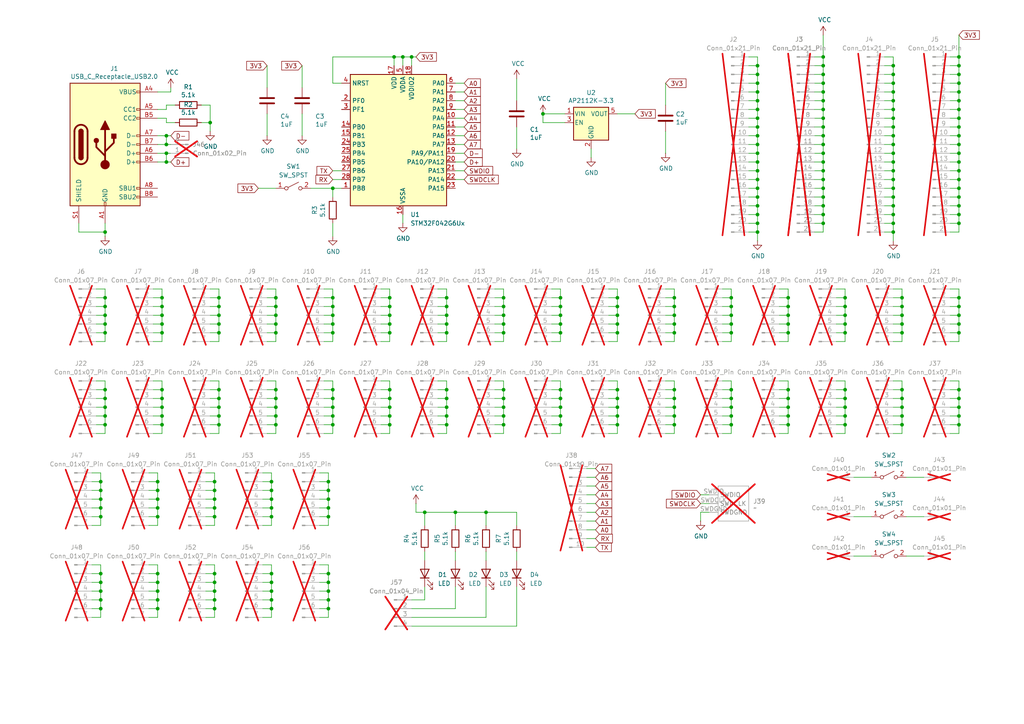
<source format=kicad_sch>
(kicad_sch (version 20231120) (generator "eeschema") (generator_version "8.0")
  (paper "A4")
  (junction (at 212.09 123.19))
  (junction (at 238.76 57.15))
  (junction (at 45.72 144.78))
  (junction (at 45.72 171.45))
  (junction (at 46.99 91.44))
  (junction (at 62.23 144.78))
  (junction (at 259.08 57.15))
  (junction (at 278.13 64.77))
  (junction (at 228.6 115.57))
  (junction (at 113.03 86.36))
  (junction (at 78.74 176.53))
  (junction (at 212.09 96.52))
  (junction (at 259.08 49.53))
  (junction (at 29.21 166.37))
  (junction (at 179.07 86.36))
  (junction (at 30.48 67.31))
  (junction (at 113.03 123.19))
  (junction (at 80.01 118.11))
  (junction (at 212.09 91.44))
  (junction (at 278.13 62.23))
  (junction (at 113.03 96.52))
  (junction (at 261.62 96.52))
  (junction (at 95.25 171.45))
  (junction (at 278.13 36.83))
  (junction (at 146.05 120.65))
  (junction (at 78.74 142.24))
  (junction (at 278.13 46.99))
  (junction (at 261.62 93.98))
  (junction (at 95.25 168.91))
  (junction (at 30.48 93.98))
  (junction (at 278.13 96.52))
  (junction (at 146.05 88.9))
  (junction (at 212.09 86.36))
  (junction (at 228.6 113.03))
  (junction (at 95.25 149.86))
  (junction (at 245.11 88.9))
  (junction (at 195.58 88.9))
  (junction (at 162.56 123.19))
  (junction (at 238.76 54.61))
  (junction (at 29.21 171.45))
  (junction (at 179.07 88.9))
  (junction (at 29.21 144.78))
  (junction (at 63.5 86.36))
  (junction (at 179.07 93.98))
  (junction (at 62.23 168.91))
  (junction (at 238.76 24.13))
  (junction (at 278.13 91.44))
  (junction (at 162.56 93.98))
  (junction (at 80.01 86.36))
  (junction (at 129.54 91.44))
  (junction (at 30.48 88.9))
  (junction (at 278.13 16.51))
  (junction (at 157.48 33.02))
  (junction (at 95.25 144.78))
  (junction (at 114.3 16.51))
  (junction (at 63.5 96.52))
  (junction (at 30.48 123.19))
  (junction (at 62.23 171.45))
  (junction (at 146.05 91.44))
  (junction (at 219.71 44.45))
  (junction (at 212.09 118.11))
  (junction (at 238.76 31.75))
  (junction (at 96.52 115.57))
  (junction (at 146.05 123.19))
  (junction (at 95.25 166.37))
  (junction (at 46.99 93.98))
  (junction (at 48.26 41.91))
  (junction (at 146.05 115.57))
  (junction (at 78.74 147.32))
  (junction (at 78.74 149.86))
  (junction (at 259.08 46.99))
  (junction (at 78.74 144.78))
  (junction (at 219.71 67.31))
  (junction (at 62.23 142.24))
  (junction (at 259.08 44.45))
  (junction (at 278.13 52.07))
  (junction (at 46.99 88.9))
  (junction (at 179.07 113.03))
  (junction (at 228.6 96.52))
  (junction (at 96.52 88.9))
  (junction (at 30.48 113.03))
  (junction (at 259.08 29.21))
  (junction (at 238.76 41.91))
  (junction (at 238.76 39.37))
  (junction (at 62.23 176.53))
  (junction (at 119.38 16.51))
  (junction (at 62.23 139.7))
  (junction (at 113.03 88.9))
  (junction (at 238.76 21.59))
  (junction (at 48.26 39.37))
  (junction (at 278.13 59.69))
  (junction (at 113.03 113.03))
  (junction (at 29.21 149.86))
  (junction (at 238.76 64.77))
  (junction (at 29.21 173.99))
  (junction (at 261.62 120.65))
  (junction (at 259.08 62.23))
  (junction (at 162.56 120.65))
  (junction (at 219.71 29.21))
  (junction (at 78.74 139.7))
  (junction (at 278.13 39.37))
  (junction (at 63.5 93.98))
  (junction (at 60.96 35.56))
  (junction (at 80.01 88.9))
  (junction (at 259.08 54.61))
  (junction (at 162.56 115.57))
  (junction (at 259.08 19.05))
  (junction (at 238.76 52.07))
  (junction (at 96.52 91.44))
  (junction (at 78.74 173.99))
  (junction (at 113.03 93.98))
  (junction (at 278.13 21.59))
  (junction (at 278.13 19.05))
  (junction (at 238.76 49.53))
  (junction (at 29.21 168.91))
  (junction (at 96.52 123.19))
  (junction (at 195.58 113.03))
  (junction (at 62.23 149.86))
  (junction (at 219.71 59.69))
  (junction (at 219.71 64.77))
  (junction (at 29.21 147.32))
  (junction (at 261.62 118.11))
  (junction (at 80.01 91.44))
  (junction (at 219.71 49.53))
  (junction (at 30.48 120.65))
  (junction (at 259.08 64.77))
  (junction (at 278.13 120.65))
  (junction (at 228.6 88.9))
  (junction (at 219.71 52.07))
  (junction (at 78.74 166.37))
  (junction (at 63.5 123.19))
  (junction (at 129.54 118.11))
  (junction (at 129.54 115.57))
  (junction (at 46.99 123.19))
  (junction (at 278.13 93.98))
  (junction (at 245.11 115.57))
  (junction (at 29.21 139.7))
  (junction (at 228.6 86.36))
  (junction (at 95.25 176.53))
  (junction (at 45.72 173.99))
  (junction (at 261.62 115.57))
  (junction (at 278.13 44.45))
  (junction (at 219.71 62.23))
  (junction (at 30.48 118.11))
  (junction (at 78.74 171.45))
  (junction (at 113.03 118.11))
  (junction (at 162.56 88.9))
  (junction (at 261.62 91.44))
  (junction (at 46.99 86.36))
  (junction (at 63.5 91.44))
  (junction (at 219.71 36.83))
  (junction (at 261.62 123.19))
  (junction (at 259.08 52.07))
  (junction (at 238.76 34.29))
  (junction (at 80.01 123.19))
  (junction (at 48.26 44.45))
  (junction (at 278.13 54.61))
  (junction (at 219.71 24.13))
  (junction (at 212.09 115.57))
  (junction (at 228.6 120.65))
  (junction (at 245.11 123.19))
  (junction (at 259.08 39.37))
  (junction (at 238.76 29.21))
  (junction (at 162.56 86.36))
  (junction (at 123.19 148.59))
  (junction (at 212.09 93.98))
  (junction (at 261.62 86.36))
  (junction (at 179.07 123.19))
  (junction (at 113.03 120.65))
  (junction (at 278.13 49.53))
  (junction (at 96.52 96.52))
  (junction (at 228.6 123.19))
  (junction (at 228.6 91.44))
  (junction (at 116.84 16.51))
  (junction (at 259.08 67.31))
  (junction (at 259.08 41.91))
  (junction (at 245.11 93.98))
  (junction (at 96.52 86.36))
  (junction (at 30.48 96.52))
  (junction (at 80.01 93.98))
  (junction (at 179.07 120.65))
  (junction (at 278.13 86.36))
  (junction (at 45.72 142.24))
  (junction (at 179.07 115.57))
  (junction (at 259.08 31.75))
  (junction (at 96.52 120.65))
  (junction (at 30.48 115.57))
  (junction (at 146.05 96.52))
  (junction (at 245.11 96.52))
  (junction (at 140.97 148.59))
  (junction (at 278.13 26.67))
  (junction (at 259.08 26.67))
  (junction (at 30.48 86.36))
  (junction (at 259.08 24.13))
  (junction (at 46.99 96.52))
  (junction (at 129.54 113.03))
  (junction (at 30.48 91.44))
  (junction (at 80.01 115.57))
  (junction (at 46.99 113.03))
  (junction (at 45.72 147.32))
  (junction (at 45.72 139.7))
  (junction (at 63.5 118.11))
  (junction (at 195.58 96.52))
  (junction (at 219.71 46.99))
  (junction (at 45.72 166.37))
  (junction (at 278.13 115.57))
  (junction (at 96.52 113.03))
  (junction (at 146.05 93.98))
  (junction (at 45.72 149.86))
  (junction (at 245.11 113.03))
  (junction (at 95.25 173.99))
  (junction (at 78.74 168.91))
  (junction (at 63.5 115.57))
  (junction (at 261.62 113.03))
  (junction (at 129.54 123.19))
  (junction (at 245.11 120.65))
  (junction (at 278.13 29.21))
  (junction (at 195.58 123.19))
  (junction (at 129.54 93.98))
  (junction (at 45.72 176.53))
  (junction (at 48.26 46.99))
  (junction (at 278.13 31.75))
  (junction (at 146.05 86.36))
  (junction (at 45.72 168.91))
  (junction (at 238.76 62.23))
  (junction (at 219.71 21.59))
  (junction (at 129.54 88.9))
  (junction (at 195.58 91.44))
  (junction (at 219.71 31.75))
  (junction (at 63.5 88.9))
  (junction (at 228.6 93.98))
  (junction (at 238.76 36.83))
  (junction (at 278.13 118.11))
  (junction (at 29.21 142.24))
  (junction (at 219.71 57.15))
  (junction (at 245.11 91.44))
  (junction (at 162.56 91.44))
  (junction (at 96.52 54.61))
  (junction (at 278.13 57.15))
  (junction (at 62.23 166.37))
  (junction (at 29.21 176.53))
  (junction (at 95.25 147.32))
  (junction (at 278.13 24.13))
  (junction (at 219.71 39.37))
  (junction (at 238.76 46.99))
  (junction (at 245.11 86.36))
  (junction (at 129.54 120.65))
  (junction (at 238.76 16.51))
  (junction (at 219.71 26.67))
  (junction (at 129.54 96.52))
  (junction (at 195.58 118.11))
  (junction (at 219.71 34.29))
  (junction (at 238.76 44.45))
  (junction (at 95.25 139.7))
  (junction (at 146.05 113.03))
  (junction (at 113.03 115.57))
  (junction (at 80.01 120.65))
  (junction (at 162.56 96.52))
  (junction (at 212.09 113.03))
  (junction (at 278.13 34.29))
  (junction (at 278.13 123.19))
  (junction (at 245.11 118.11))
  (junction (at 212.09 88.9))
  (junction (at 63.5 120.65))
  (junction (at 129.54 86.36))
  (junction (at 261.62 88.9))
  (junction (at 219.71 54.61))
  (junction (at 146.05 118.11))
  (junction (at 278.13 41.91))
  (junction (at 195.58 86.36))
  (junction (at 162.56 118.11))
  (junction (at 259.08 34.29))
  (junction (at 259.08 36.83))
  (junction (at 95.25 142.24))
  (junction (at 259.08 21.59))
  (junction (at 80.01 113.03))
  (junction (at 96.52 118.11))
  (junction (at 278.13 88.9))
  (junction (at 195.58 93.98))
  (junction (at 179.07 118.11))
  (junction (at 46.99 120.65))
  (junction (at 238.76 19.05))
  (junction (at 228.6 118.11))
  (junction (at 46.99 115.57))
  (junction (at 80.01 96.52))
  (junction (at 278.13 113.03))
  (junction (at 259.08 59.69))
  (junction (at 113.03 91.44))
  (junction (at 238.76 26.67))
  (junction (at 179.07 91.44))
  (junction (at 162.56 113.03))
  (junction (at 219.71 41.91))
  (junction (at 195.58 115.57))
  (junction (at 132.08 148.59))
  (junction (at 96.52 93.98))
  (junction (at 219.71 19.05))
  (junction (at 195.58 120.65))
  (junction (at 212.09 120.65))
  (junction (at 179.07 96.52))
  (junction (at 62.23 173.99))
  (junction (at 62.23 147.32))
  (junction (at 46.99 118.11))
  (junction (at 63.5 113.03))
  (junction (at 238.76 59.69))
  (wire (pts (xy 113.03 83.82) (xy 113.03 86.36)))
  (wire (pts (xy 261.62 118.11) (xy 261.62 120.65)))
  (wire (pts (xy 45.72 173.99) (xy 45.72 176.53)))
  (wire (pts (xy 92.71 163.83) (xy 95.25 163.83)))
  (wire (pts (xy 184.15 33.02) (xy 179.07 33.02)))
  (wire (pts (xy 95.25 179.07) (xy 92.71 179.07)))
  (wire (pts (xy 30.48 96.52) (xy 30.48 99.06)))
  (wire (pts (xy 256.54 36.83) (xy 259.08 36.83)))
  (wire (pts (xy 59.69 176.53) (xy 62.23 176.53)))
  (wire (pts (xy 123.19 170.18) (xy 123.19 173.99)))
  (wire (pts (xy 179.07 88.9) (xy 179.07 91.44)))
  (wire (pts (xy 62.23 171.45) (xy 62.23 173.99)))
  (wire (pts (xy 212.09 99.06) (xy 209.55 99.06)))
  (wire (pts (xy 76.2 163.83) (xy 78.74 163.83)))
  (wire (pts (xy 113.03 86.36) (xy 113.03 88.9)))
  (wire (pts (xy 217.17 34.29) (xy 219.71 34.29)))
  (wire (pts (xy 209.55 118.11) (xy 212.09 118.11)))
  (wire (pts (xy 275.59 113.03) (xy 278.13 113.03)))
  (wire (pts (xy 160.02 88.9) (xy 162.56 88.9)))
  (wire (pts (xy 256.54 26.67) (xy 259.08 26.67)))
  (wire (pts (xy 43.18 163.83) (xy 45.72 163.83)))
  (wire (pts (xy 80.01 125.73) (xy 77.47 125.73)))
  (wire (pts (xy 217.17 62.23) (xy 219.71 62.23)))
  (wire (pts (xy 90.17 54.61) (xy 96.52 54.61)))
  (wire (pts (xy 278.13 115.57) (xy 278.13 118.11)))
  (wire (pts (xy 93.98 86.36) (xy 96.52 86.36)))
  (wire (pts (xy 256.54 19.05) (xy 259.08 19.05)))
  (wire (pts (xy 78.74 163.83) (xy 78.74 166.37)))
  (wire (pts (xy 238.76 10.16) (xy 238.76 16.51)))
  (wire (pts (xy 245.11 115.57) (xy 245.11 118.11)))
  (wire (pts (xy 63.5 110.49) (xy 63.5 113.03)))
  (wire (pts (xy 46.99 99.06) (xy 44.45 99.06)))
  (wire (pts (xy 110.49 113.03) (xy 113.03 113.03)))
  (wire (pts (xy 132.08 52.07) (xy 134.62 52.07)))
  (wire (pts (xy 132.08 26.67) (xy 134.62 26.67)))
  (wire (pts (xy 226.06 118.11) (xy 228.6 118.11)))
  (wire (pts (xy 247.65 149.86) (xy 252.73 149.86)))
  (wire (pts (xy 146.05 96.52) (xy 146.05 99.06)))
  (wire (pts (xy 278.13 99.06) (xy 275.59 99.06)))
  (wire (pts (xy 78.74 171.45) (xy 78.74 173.99)))
  (wire (pts (xy 132.08 148.59) (xy 140.97 148.59)))
  (wire (pts (xy 29.21 179.07) (xy 26.67 179.07)))
  (wire (pts (xy 217.17 57.15) (xy 219.71 57.15)))
  (wire (pts (xy 245.11 86.36) (xy 245.11 88.9)))
  (wire (pts (xy 59.69 149.86) (xy 62.23 149.86)))
  (wire (pts (xy 113.03 110.49) (xy 113.03 113.03)))
  (wire (pts (xy 176.53 123.19) (xy 179.07 123.19)))
  (wire (pts (xy 212.09 120.65) (xy 212.09 123.19)))
  (wire (pts (xy 76.2 176.53) (xy 78.74 176.53)))
  (wire (pts (xy 179.07 120.65) (xy 179.07 123.19)))
  (wire (pts (xy 63.5 83.82) (xy 63.5 86.36)))
  (wire (pts (xy 26.67 149.86) (xy 29.21 149.86)))
  (wire (pts (xy 62.23 179.07) (xy 59.69 179.07)))
  (wire (pts (xy 27.94 91.44) (xy 30.48 91.44)))
  (wire (pts (xy 193.04 110.49) (xy 195.58 110.49)))
  (wire (pts (xy 60.96 88.9) (xy 63.5 88.9)))
  (wire (pts (xy 228.6 83.82) (xy 228.6 86.36)))
  (wire (pts (xy 179.07 123.19) (xy 179.07 125.73)))
  (wire (pts (xy 110.49 123.19) (xy 113.03 123.19)))
  (wire (pts (xy 275.59 29.21) (xy 278.13 29.21)))
  (wire (pts (xy 212.09 110.49) (xy 212.09 113.03)))
  (wire (pts (xy 76.2 166.37) (xy 78.74 166.37)))
  (wire (pts (xy 29.21 144.78) (xy 29.21 147.32)))
  (wire (pts (xy 29.21 173.99) (xy 29.21 176.53)))
  (wire (pts (xy 132.08 34.29) (xy 134.62 34.29)))
  (wire (pts (xy 245.11 125.73) (xy 242.57 125.73)))
  (wire (pts (xy 46.99 86.36) (xy 46.99 88.9)))
  (wire (pts (xy 275.59 120.65) (xy 278.13 120.65)))
  (wire (pts (xy 127 113.03) (xy 129.54 113.03)))
  (wire (pts (xy 228.6 91.44) (xy 228.6 93.98)))
  (wire (pts (xy 80.01 88.9) (xy 80.01 91.44)))
  (wire (pts (xy 129.54 93.98) (xy 129.54 96.52)))
  (wire (pts (xy 179.07 115.57) (xy 179.07 118.11)))
  (wire (pts (xy 127 120.65) (xy 129.54 120.65)))
  (wire (pts (xy 44.45 91.44) (xy 46.99 91.44)))
  (wire (pts (xy 195.58 110.49) (xy 195.58 113.03)))
  (wire (pts (xy 275.59 64.77) (xy 278.13 64.77)))
  (wire (pts (xy 46.99 123.19) (xy 46.99 125.73)))
  (wire (pts (xy 226.06 115.57) (xy 228.6 115.57)))
  (wire (pts (xy 95.25 176.53) (xy 95.25 179.07)))
  (wire (pts (xy 59.69 137.16) (xy 62.23 137.16)))
  (wire (pts (xy 238.76 29.21) (xy 238.76 31.75)))
  (wire (pts (xy 179.07 96.52) (xy 179.07 99.06)))
  (wire (pts (xy 212.09 123.19) (xy 212.09 125.73)))
  (wire (pts (xy 217.17 54.61) (xy 219.71 54.61)))
  (wire (pts (xy 77.47 123.19) (xy 80.01 123.19)))
  (wire (pts (xy 209.55 123.19) (xy 212.09 123.19)))
  (wire (pts (xy 226.06 88.9) (xy 228.6 88.9)))
  (wire (pts (xy 209.55 93.98) (xy 212.09 93.98)))
  (wire (pts (xy 261.62 96.52) (xy 261.62 99.06)))
  (wire (pts (xy 275.59 86.36) (xy 278.13 86.36)))
  (wire (pts (xy 143.51 88.9) (xy 146.05 88.9)))
  (wire (pts (xy 95.25 152.4) (xy 92.71 152.4)))
  (wire (pts (xy 259.08 52.07) (xy 259.08 54.61)))
  (wire (pts (xy 195.58 88.9) (xy 195.58 91.44)))
  (wire (pts (xy 30.48 86.36) (xy 30.48 88.9)))
  (wire (pts (xy 45.72 144.78) (xy 45.72 147.32)))
  (wire (pts (xy 256.54 59.69) (xy 259.08 59.69)))
  (wire (pts (xy 179.07 125.73) (xy 176.53 125.73)))
  (wire (pts (xy 92.71 142.24) (xy 95.25 142.24)))
  (wire (pts (xy 95.25 142.24) (xy 95.25 144.78)))
  (wire (pts (xy 275.59 93.98) (xy 278.13 93.98)))
  (wire (pts (xy 119.38 16.51) (xy 116.84 16.51)))
  (wire (pts (xy 95.25 137.16) (xy 95.25 139.7)))
  (wire (pts (xy 30.48 125.73) (xy 27.94 125.73)))
  (wire (pts (xy 146.05 115.57) (xy 146.05 118.11)))
  (wire (pts (xy 226.06 123.19) (xy 228.6 123.19)))
  (wire (pts (xy 59.69 166.37) (xy 62.23 166.37)))
  (wire (pts (xy 132.08 36.83) (xy 134.62 36.83)))
  (wire (pts (xy 46.99 120.65) (xy 46.99 123.19)))
  (wire (pts (xy 217.17 39.37) (xy 219.71 39.37)))
  (wire (pts (xy 62.23 149.86) (xy 62.23 152.4)))
  (wire (pts (xy 278.13 16.51) (xy 278.13 19.05)))
  (wire (pts (xy 242.57 96.52) (xy 245.11 96.52)))
  (wire (pts (xy 59.69 144.78) (xy 62.23 144.78)))
  (wire (pts (xy 80.01 96.52) (xy 80.01 99.06)))
  (wire (pts (xy 46.99 96.52) (xy 46.99 99.06)))
  (wire (pts (xy 160.02 115.57) (xy 162.56 115.57)))
  (wire (pts (xy 127 91.44) (xy 129.54 91.44)))
  (wire (pts (xy 219.71 26.67) (xy 219.71 24.13)))
  (wire (pts (xy 226.06 113.03) (xy 228.6 113.03)))
  (wire (pts (xy 77.47 93.98) (xy 80.01 93.98)))
  (wire (pts (xy 219.71 36.83) (xy 219.71 39.37)))
  (wire (pts (xy 262.89 161.29) (xy 267.97 161.29)))
  (wire (pts (xy 63.5 88.9) (xy 63.5 91.44)))
  (wire (pts (xy 217.17 26.67) (xy 219.71 26.67)))
  (wire (pts (xy 247.65 138.43) (xy 252.73 138.43)))
  (wire (pts (xy 219.71 54.61) (xy 219.71 57.15)))
  (wire (pts (xy 59.69 139.7) (xy 62.23 139.7)))
  (wire (pts (xy 62.23 142.24) (xy 62.23 144.78)))
  (wire (pts (xy 92.71 149.86) (xy 95.25 149.86)))
  (wire (pts (xy 96.52 64.77) (xy 96.52 68.58)))
  (wire (pts (xy 278.13 57.15) (xy 278.13 59.69)))
  (wire (pts (xy 219.71 49.53) (xy 219.71 52.07)))
  (wire (pts (xy 30.48 67.31) (xy 22.86 67.31)))
  (wire (pts (xy 48.26 39.37) (xy 49.53 39.37)))
  (wire (pts (xy 238.76 24.13) (xy 238.76 26.67)))
  (wire (pts (xy 77.47 110.49) (xy 80.01 110.49)))
  (wire (pts (xy 278.13 88.9) (xy 278.13 91.44)))
  (wire (pts (xy 143.51 118.11) (xy 146.05 118.11)))
  (wire (pts (xy 259.08 62.23) (xy 259.08 64.77)))
  (wire (pts (xy 46.99 91.44) (xy 46.99 93.98)))
  (wire (pts (xy 219.71 64.77) (xy 219.71 67.31)))
  (wire (pts (xy 179.07 113.03) (xy 179.07 115.57)))
  (wire (pts (xy 78.74 152.4) (xy 76.2 152.4)))
  (wire (pts (xy 238.76 41.91) (xy 238.76 44.45)))
  (wire (pts (xy 212.09 93.98) (xy 212.09 96.52)))
  (wire (pts (xy 27.94 118.11) (xy 30.48 118.11)))
  (wire (pts (xy 30.48 67.31) (xy 30.48 68.58)))
  (wire (pts (xy 26.67 137.16) (xy 29.21 137.16)))
  (wire (pts (xy 78.74 166.37) (xy 78.74 168.91)))
  (wire (pts (xy 96.52 54.61) (xy 96.52 57.15)))
  (wire (pts (xy 30.48 64.77) (xy 30.48 67.31)))
  (wire (pts (xy 43.18 144.78) (xy 45.72 144.78)))
  (wire (pts (xy 63.5 99.06) (xy 60.96 99.06)))
  (wire (pts (xy 62.23 139.7) (xy 62.23 142.24)))
  (wire (pts (xy 127 88.9) (xy 129.54 88.9)))
  (wire (pts (xy 29.21 168.91) (xy 29.21 171.45)))
  (wire (pts (xy 93.98 113.03) (xy 96.52 113.03)))
  (wire (pts (xy 275.59 91.44) (xy 278.13 91.44)))
  (wire (pts (xy 113.03 115.57) (xy 113.03 118.11)))
  (wire (pts (xy 256.54 49.53) (xy 259.08 49.53)))
  (wire (pts (xy 146.05 91.44) (xy 146.05 93.98)))
  (wire (pts (xy 93.98 88.9) (xy 96.52 88.9)))
  (wire (pts (xy 80.01 110.49) (xy 80.01 113.03)))
  (wire (pts (xy 176.53 118.11) (xy 179.07 118.11)))
  (wire (pts (xy 62.23 144.78) (xy 62.23 147.32)))
  (wire (pts (xy 278.13 19.05) (xy 278.13 21.59)))
  (wire (pts (xy 143.51 123.19) (xy 146.05 123.19)))
  (wire (pts (xy 162.56 125.73) (xy 160.02 125.73)))
  (wire (pts (xy 278.13 118.11) (xy 278.13 120.65)))
  (wire (pts (xy 245.11 91.44) (xy 245.11 93.98)))
  (wire (pts (xy 87.63 19.05) (xy 87.63 25.4)))
  (wire (pts (xy 43.18 173.99) (xy 45.72 173.99)))
  (wire (pts (xy 217.17 49.53) (xy 219.71 49.53)))
  (wire (pts (xy 278.13 62.23) (xy 278.13 64.77)))
  (wire (pts (xy 30.48 93.98) (xy 30.48 96.52)))
  (wire (pts (xy 149.86 170.18) (xy 149.86 181.61)))
  (wire (pts (xy 78.74 142.24) (xy 78.74 144.78)))
  (wire (pts (xy 238.76 31.75) (xy 238.76 34.29)))
  (wire (pts (xy 113.03 113.03) (xy 113.03 115.57)))
  (wire (pts (xy 160.02 123.19) (xy 162.56 123.19)))
  (wire (pts (xy 27.94 120.65) (xy 30.48 120.65)))
  (wire (pts (xy 238.76 52.07) (xy 238.76 54.61)))
  (wire (pts (xy 45.72 176.53) (xy 45.72 179.07)))
  (wire (pts (xy 127 93.98) (xy 129.54 93.98)))
  (wire (pts (xy 45.72 179.07) (xy 43.18 179.07)))
  (wire (pts (xy 27.94 86.36) (xy 30.48 86.36)))
  (wire (pts (xy 160.02 96.52) (xy 162.56 96.52)))
  (wire (pts (xy 29.21 142.24) (xy 29.21 144.78)))
  (wire (pts (xy 261.62 110.49) (xy 261.62 113.03)))
  (wire (pts (xy 245.11 110.49) (xy 245.11 113.03)))
  (wire (pts (xy 212.09 83.82) (xy 212.09 86.36)))
  (wire (pts (xy 236.22 29.21) (xy 238.76 29.21)))
  (wire (pts (xy 129.54 125.73) (xy 127 125.73)))
  (wire (pts (xy 95.25 173.99) (xy 95.25 176.53)))
  (wire (pts (xy 219.71 67.31) (xy 219.71 69.85)))
  (wire (pts (xy 193.04 83.82) (xy 195.58 83.82)))
  (wire (pts (xy 149.86 36.83) (xy 149.86 43.18)))
  (wire (pts (xy 45.72 168.91) (xy 45.72 171.45)))
  (wire (pts (xy 62.23 173.99) (xy 62.23 176.53)))
  (wire (pts (xy 96.52 16.51) (xy 96.52 24.13)))
  (wire (pts (xy 27.94 113.03) (xy 30.48 113.03)))
  (wire (pts (xy 212.09 115.57) (xy 212.09 118.11)))
  (wire (pts (xy 48.26 39.37) (xy 48.26 41.91)))
  (wire (pts (xy 62.23 176.53) (xy 62.23 179.07)))
  (wire (pts (xy 219.71 24.13) (xy 219.71 21.59)))
  (wire (pts (xy 259.08 67.31) (xy 259.08 69.85)))
  (wire (pts (xy 217.17 64.77) (xy 219.71 64.77)))
  (wire (pts (xy 60.96 30.48) (xy 58.42 30.48)))
  (wire (pts (xy 29.21 147.32) (xy 29.21 149.86)))
  (wire (pts (xy 30.48 88.9) (xy 30.48 91.44)))
  (wire (pts (xy 146.05 110.49) (xy 146.05 113.03)))
  (wire (pts (xy 62.23 168.91) (xy 62.23 171.45)))
  (wire (pts (xy 113.03 88.9) (xy 113.03 91.44)))
  (wire (pts (xy 45.72 39.37) (xy 48.26 39.37)))
  (wire (pts (xy 123.19 173.99) (xy 119.38 173.99)))
  (wire (pts (xy 60.96 93.98) (xy 63.5 93.98)))
  (wire (pts (xy 238.76 44.45) (xy 238.76 46.99)))
  (wire (pts (xy 170.18 146.05) (xy 172.72 146.05)))
  (wire (pts (xy 113.03 118.11) (xy 113.03 120.65)))
  (wire (pts (xy 278.13 113.03) (xy 278.13 115.57)))
  (wire (pts (xy 48.26 30.48) (xy 50.8 30.48)))
  (wire (pts (xy 170.18 153.67) (xy 172.72 153.67)))
  (wire (pts (xy 27.94 110.49) (xy 30.48 110.49)))
  (wire (pts (xy 193.04 123.19) (xy 195.58 123.19)))
  (wire (pts (xy 259.08 21.59) (xy 259.08 24.13)))
  (wire (pts (xy 278.13 83.82) (xy 278.13 86.36)))
  (wire (pts (xy 63.5 123.19) (xy 63.5 125.73)))
  (wire (pts (xy 127 115.57) (xy 129.54 115.57)))
  (wire (pts (xy 193.04 24.13) (xy 193.04 30.48)))
  (wire (pts (xy 76.2 147.32) (xy 78.74 147.32)))
  (wire (pts (xy 245.11 88.9) (xy 245.11 91.44)))
  (wire (pts (xy 259.08 44.45) (xy 259.08 46.99)))
  (wire (pts (xy 275.59 21.59) (xy 278.13 21.59)))
  (wire (pts (xy 256.54 57.15) (xy 259.08 57.15)))
  (wire (pts (xy 176.53 83.82) (xy 179.07 83.82)))
  (wire (pts (xy 140.97 148.59) (xy 149.86 148.59)))
  (wire (pts (xy 58.42 35.56) (xy 60.96 35.56)))
  (wire (pts (xy 226.06 91.44) (xy 228.6 91.44)))
  (wire (pts (xy 195.58 118.11) (xy 195.58 120.65)))
  (wire (pts (xy 275.59 110.49) (xy 278.13 110.49)))
  (wire (pts (xy 236.22 41.91) (xy 238.76 41.91)))
  (wire (pts (xy 146.05 118.11) (xy 146.05 120.65)))
  (wire (pts (xy 256.54 44.45) (xy 259.08 44.45)))
  (wire (pts (xy 140.97 170.18) (xy 140.97 179.07)))
  (wire (pts (xy 262.89 149.86) (xy 267.97 149.86)))
  (wire (pts (xy 157.48 33.02) (xy 163.83 33.02)))
  (wire (pts (xy 176.53 113.03) (xy 179.07 113.03)))
  (wire (pts (xy 278.13 91.44) (xy 278.13 93.98)))
  (wire (pts (xy 87.63 33.02) (xy 87.63 39.37)))
  (wire (pts (xy 278.13 26.67) (xy 278.13 29.21)))
  (wire (pts (xy 242.57 115.57) (xy 245.11 115.57)))
  (wire (pts (xy 63.5 91.44) (xy 63.5 93.98)))
  (wire (pts (xy 77.47 86.36) (xy 80.01 86.36)))
  (wire (pts (xy 275.59 88.9) (xy 278.13 88.9)))
  (wire (pts (xy 80.01 115.57) (xy 80.01 118.11)))
  (wire (pts (xy 195.58 91.44) (xy 195.58 93.98)))
  (wire (pts (xy 123.19 148.59) (xy 123.19 152.4)))
  (wire (pts (xy 193.04 120.65) (xy 195.58 120.65)))
  (wire (pts (xy 228.6 88.9) (xy 228.6 91.44)))
  (wire (pts (xy 278.13 10.16) (xy 278.13 16.51)))
  (wire (pts (xy 60.96 120.65) (xy 63.5 120.65)))
  (wire (pts (xy 26.67 163.83) (xy 29.21 163.83)))
  (wire (pts (xy 110.49 93.98) (xy 113.03 93.98)))
  (wire (pts (xy 45.72 41.91) (xy 48.26 41.91)))
  (wire (pts (xy 77.47 115.57) (xy 80.01 115.57)))
  (wire (pts (xy 275.59 118.11) (xy 278.13 118.11)))
  (wire (pts (xy 162.56 113.03) (xy 162.56 115.57)))
  (wire (pts (xy 60.96 123.19) (xy 63.5 123.19)))
  (wire (pts (xy 30.48 118.11) (xy 30.48 120.65)))
  (wire (pts (xy 238.76 67.31) (xy 236.22 67.31)))
  (wire (pts (xy 236.22 64.77) (xy 238.76 64.77)))
  (wire (pts (xy 242.57 118.11) (xy 245.11 118.11)))
  (wire (pts (xy 93.98 96.52) (xy 96.52 96.52)))
  (wire (pts (xy 176.53 110.49) (xy 179.07 110.49)))
  (wire (pts (xy 22.86 67.31) (xy 22.86 64.77)))
  (wire (pts (xy 60.96 91.44) (xy 63.5 91.44)))
  (wire (pts (xy 92.71 139.7) (xy 95.25 139.7)))
  (wire (pts (xy 92.71 168.91) (xy 95.25 168.91)))
  (wire (pts (xy 78.74 139.7) (xy 78.74 142.24)))
  (wire (pts (xy 278.13 64.77) (xy 278.13 67.31)))
  (wire (pts (xy 228.6 120.65) (xy 228.6 123.19)))
  (wire (pts (xy 212.09 113.03) (xy 212.09 115.57)))
  (wire (pts (xy 26.67 168.91) (xy 29.21 168.91)))
  (wire (pts (xy 228.6 93.98) (xy 228.6 96.52)))
  (wire (pts (xy 44.45 115.57) (xy 46.99 115.57)))
  (wire (pts (xy 275.59 62.23) (xy 278.13 62.23)))
  (wire (pts (xy 46.99 110.49) (xy 46.99 113.03)))
  (wire (pts (xy 92.71 144.78) (xy 95.25 144.78)))
  (wire (pts (xy 96.52 123.19) (xy 96.52 125.73)))
  (wire (pts (xy 209.55 113.03) (xy 212.09 113.03)))
  (wire (pts (xy 95.25 166.37) (xy 95.25 168.91)))
  (wire (pts (xy 219.71 34.29) (xy 219.71 36.83)))
  (wire (pts (xy 179.07 91.44) (xy 179.07 93.98)))
  (wire (pts (xy 30.48 120.65) (xy 30.48 123.19)))
  (wire (pts (xy 43.18 139.7) (xy 45.72 139.7)))
  (wire (pts (xy 48.26 44.45) (xy 48.26 46.99)))
  (wire (pts (xy 92.71 173.99) (xy 95.25 173.99)))
  (wire (pts (xy 92.71 147.32) (xy 95.25 147.32)))
  (wire (pts (xy 228.6 118.11) (xy 228.6 120.65)))
  (wire (pts (xy 245.11 120.65) (xy 245.11 123.19)))
  (wire (pts (xy 114.3 16.51) (xy 114.3 19.05)))
  (wire (pts (xy 228.6 123.19) (xy 228.6 125.73)))
  (wire (pts (xy 44.45 113.03) (xy 46.99 113.03)))
  (wire (pts (xy 44.45 83.82) (xy 46.99 83.82)))
  (wire (pts (xy 259.08 59.69) (xy 259.08 62.23)))
  (wire (pts (xy 30.48 99.06) (xy 27.94 99.06)))
  (wire (pts (xy 278.13 21.59) (xy 278.13 24.13)))
  (wire (pts (xy 245.11 93.98) (xy 245.11 96.52)))
  (wire (pts (xy 195.58 113.03) (xy 195.58 115.57)))
  (wire (pts (xy 44.45 120.65) (xy 46.99 120.65)))
  (wire (pts (xy 212.09 96.52) (xy 212.09 99.06)))
  (wire (pts (xy 30.48 83.82) (xy 30.48 86.36)))
  (wire (pts (xy 219.71 41.91) (xy 219.71 44.45)))
  (wire (pts (xy 80.01 93.98) (xy 80.01 96.52)))
  (wire (pts (xy 259.08 120.65) (xy 261.62 120.65)))
  (wire (pts (xy 59.69 142.24) (xy 62.23 142.24)))
  (wire (pts (xy 236.22 31.75) (xy 238.76 31.75)))
  (wire (pts (xy 278.13 125.73) (xy 275.59 125.73)))
  (wire (pts (xy 278.13 31.75) (xy 278.13 34.29)))
  (wire (pts (xy 236.22 19.05) (xy 238.76 19.05)))
  (wire (pts (xy 123.19 160.02) (xy 123.19 162.56)))
  (wire (pts (xy 146.05 120.65) (xy 146.05 123.19)))
  (wire (pts (xy 162.56 83.82) (xy 162.56 86.36)))
  (wire (pts (xy 129.54 91.44) (xy 129.54 93.98)))
  (wire (pts (xy 44.45 96.52) (xy 46.99 96.52)))
  (wire (pts (xy 129.54 110.49) (xy 129.54 113.03)))
  (wire (pts (xy 26.67 139.7) (xy 29.21 139.7)))
  (wire (pts (xy 275.59 41.91) (xy 278.13 41.91)))
  (wire (pts (xy 127 83.82) (xy 129.54 83.82)))
  (wire (pts (xy 30.48 91.44) (xy 30.48 93.98)))
  (wire (pts (xy 92.71 166.37) (xy 95.25 166.37)))
  (wire (pts (xy 259.08 54.61) (xy 259.08 57.15)))
  (wire (pts (xy 43.18 168.91) (xy 45.72 168.91)))
  (wire (pts (xy 242.57 86.36) (xy 245.11 86.36)))
  (wire (pts (xy 63.5 86.36) (xy 63.5 88.9)))
  (wire (pts (xy 212.09 91.44) (xy 212.09 93.98)))
  (wire (pts (xy 259.08 64.77) (xy 259.08 67.31)))
  (wire (pts (xy 44.45 93.98) (xy 46.99 93.98)))
  (wire (pts (xy 30.48 110.49) (xy 30.48 113.03)))
  (wire (pts (xy 26.67 176.53) (xy 29.21 176.53)))
  (wire (pts (xy 278.13 67.31) (xy 275.59 67.31)))
  (wire (pts (xy 132.08 24.13) (xy 134.62 24.13)))
  (wire (pts (xy 217.17 21.59) (xy 219.71 21.59)))
  (wire (pts (xy 242.57 91.44) (xy 245.11 91.44)))
  (wire (pts (xy 219.71 52.07) (xy 219.71 54.61)))
  (wire (pts (xy 275.59 34.29) (xy 278.13 34.29)))
  (wire (pts (xy 143.51 93.98) (xy 146.05 93.98)))
  (wire (pts (xy 116.84 16.51) (xy 116.84 19.05)))
  (wire (pts (xy 45.72 31.75) (xy 48.26 31.75)))
  (wire (pts (xy 219.71 29.21) (xy 219.71 31.75)))
  (wire (pts (xy 110.49 86.36) (xy 113.03 86.36)))
  (wire (pts (xy 195.58 83.82) (xy 195.58 86.36)))
  (wire (pts (xy 261.62 88.9) (xy 261.62 91.44)))
  (wire (pts (xy 259.08 26.67) (xy 259.08 29.21)))
  (wire (pts (xy 146.05 113.03) (xy 146.05 115.57)))
  (wire (pts (xy 46.99 93.98) (xy 46.99 96.52)))
  (wire (pts (xy 132.08 44.45) (xy 134.62 44.45)))
  (wire (pts (xy 45.72 139.7) (xy 45.72 142.24)))
  (wire (pts (xy 228.6 99.06) (xy 226.06 99.06)))
  (wire (pts (xy 278.13 123.19) (xy 278.13 125.73)))
  (wire (pts (xy 162.56 88.9) (xy 162.56 91.44)))
  (wire (pts (xy 110.49 115.57) (xy 113.03 115.57)))
  (wire (pts (xy 46.99 113.03) (xy 46.99 115.57)))
  (wire (pts (xy 160.02 118.11) (xy 162.56 118.11)))
  (wire (pts (xy 195.58 93.98) (xy 195.58 96.52)))
  (wire (pts (xy 146.05 123.19) (xy 146.05 125.73)))
  (wire (pts (xy 127 86.36) (xy 129.54 86.36)))
  (wire (pts (xy 278.13 46.99) (xy 278.13 49.53)))
  (wire (pts (xy 209.55 120.65) (xy 212.09 120.65)))
  (wire (pts (xy 176.53 115.57) (xy 179.07 115.57)))
  (wire (pts (xy 46.99 115.57) (xy 46.99 118.11)))
  (wire (pts (xy 275.59 31.75) (xy 278.13 31.75)))
  (wire (pts (xy 96.52 125.73) (xy 93.98 125.73)))
  (wire (pts (xy 96.52 93.98) (xy 96.52 96.52)))
  (wire (pts (xy 195.58 120.65) (xy 195.58 123.19)))
  (wire (pts (xy 261.62 86.36) (xy 261.62 88.9)))
  (wire (pts (xy 96.52 49.53) (xy 99.06 49.53)))
  (wire (pts (xy 275.59 24.13) (xy 278.13 24.13)))
  (wire (pts (xy 209.55 88.9) (xy 212.09 88.9)))
  (wire (pts (xy 110.49 88.9) (xy 113.03 88.9)))
  (wire (pts (xy 59.69 163.83) (xy 62.23 163.83)))
  (wire (pts (xy 212.09 86.36) (xy 212.09 88.9)))
  (wire (pts (xy 195.58 96.52) (xy 195.58 99.06)))
  (wire (pts (xy 27.94 93.98) (xy 30.48 93.98)))
  (wire (pts (xy 275.59 46.99) (xy 278.13 46.99)))
  (wire (pts (xy 146.05 86.36) (xy 146.05 88.9)))
  (wire (pts (xy 278.13 59.69) (xy 278.13 62.23)))
  (wire (pts (xy 256.54 34.29) (xy 259.08 34.29)))
  (wire (pts (xy 242.57 93.98) (xy 245.11 93.98)))
  (wire (pts (xy 160.02 93.98) (xy 162.56 93.98)))
  (wire (pts (xy 275.59 115.57) (xy 278.13 115.57)))
  (wire (pts (xy 96.52 96.52) (xy 96.52 99.06)))
  (wire (pts (xy 45.72 171.45) (xy 45.72 173.99)))
  (wire (pts (xy 170.18 140.97) (xy 172.72 140.97)))
  (wire (pts (xy 162.56 93.98) (xy 162.56 96.52)))
  (wire (pts (xy 236.22 34.29) (xy 238.76 34.29)))
  (wire (pts (xy 63.5 115.57) (xy 63.5 118.11)))
  (wire (pts (xy 76.2 144.78) (xy 78.74 144.78)))
  (wire (pts (xy 247.65 161.29) (xy 252.73 161.29)))
  (wire (pts (xy 95.25 168.91) (xy 95.25 171.45)))
  (wire (pts (xy 80.01 99.06) (xy 77.47 99.06)))
  (wire (pts (xy 179.07 83.82) (xy 179.07 86.36)))
  (wire (pts (xy 143.51 86.36) (xy 146.05 86.36)))
  (wire (pts (xy 77.47 19.05) (xy 77.47 25.4)))
  (wire (pts (xy 63.5 96.52) (xy 63.5 99.06)))
  (wire (pts (xy 43.18 176.53) (xy 45.72 176.53)))
  (wire (pts (xy 60.96 86.36) (xy 63.5 86.36)))
  (wire (pts (xy 259.08 113.03) (xy 261.62 113.03)))
  (wire (pts (xy 96.52 120.65) (xy 96.52 123.19)))
  (wire (pts (xy 45.72 137.16) (xy 45.72 139.7)))
  (wire (pts (xy 62.23 152.4) (xy 59.69 152.4)))
  (wire (pts (xy 238.76 46.99) (xy 238.76 49.53)))
  (wire (pts (xy 26.67 173.99) (xy 29.21 173.99)))
  (wire (pts (xy 60.96 83.82) (xy 63.5 83.82)))
  (wire (pts (xy 219.71 46.99) (xy 219.71 49.53)))
  (wire (pts (xy 132.08 31.75) (xy 134.62 31.75)))
  (wire (pts (xy 77.47 83.82) (xy 80.01 83.82)))
  (wire (pts (xy 226.06 86.36) (xy 228.6 86.36)))
  (wire (pts (xy 236.22 59.69) (xy 238.76 59.69)))
  (wire (pts (xy 226.06 83.82) (xy 228.6 83.82)))
  (wire (pts (xy 259.08 96.52) (xy 261.62 96.52)))
  (wire (pts (xy 43.18 137.16) (xy 45.72 137.16)))
  (wire (pts (xy 143.51 115.57) (xy 146.05 115.57)))
  (wire (pts (xy 193.04 118.11) (xy 195.58 118.11)))
  (wire (pts (xy 228.6 96.52) (xy 228.6 99.06)))
  (wire (pts (xy 113.03 123.19) (xy 113.03 125.73)))
  (wire (pts (xy 162.56 115.57) (xy 162.56 118.11)))
  (wire (pts (xy 116.84 16.51) (xy 114.3 16.51)))
  (wire (pts (xy 162.56 99.06) (xy 160.02 99.06)))
  (wire (pts (xy 27.94 115.57) (xy 30.48 115.57)))
  (wire (pts (xy 78.74 173.99) (xy 78.74 176.53)))
  (wire (pts (xy 80.01 91.44) (xy 80.01 93.98)))
  (wire (pts (xy 259.08 36.83) (xy 259.08 39.37)))
  (wire (pts (xy 60.96 35.56) (xy 60.96 30.48)))
  (wire (pts (xy 226.06 120.65) (xy 228.6 120.65)))
  (wire (pts (xy 140.97 148.59) (xy 140.97 152.4)))
  (wire (pts (xy 132.08 41.91) (xy 134.62 41.91)))
  (wire (pts (xy 146.05 93.98) (xy 146.05 96.52)))
  (wire (pts (xy 96.52 118.11) (xy 96.52 120.65)))
  (wire (pts (xy 236.22 46.99) (xy 238.76 46.99)))
  (wire (pts (xy 176.53 120.65) (xy 179.07 120.65)))
  (wire (pts (xy 62.23 147.32) (xy 62.23 149.86)))
  (wire (pts (xy 259.08 115.57) (xy 261.62 115.57)))
  (wire (pts (xy 245.11 83.82) (xy 245.11 86.36)))
  (wire (pts (xy 132.08 29.21) (xy 134.62 29.21)))
  (wire (pts (xy 27.94 96.52) (xy 30.48 96.52)))
  (wire (pts (xy 140.97 160.02) (xy 140.97 162.56)))
  (wire (pts (xy 259.08 46.99) (xy 259.08 49.53)))
  (wire (pts (xy 275.59 39.37) (xy 278.13 39.37)))
  (wire (pts (xy 275.59 59.69) (xy 278.13 59.69)))
  (wire (pts (xy 96.52 91.44) (xy 96.52 93.98)))
  (wire (pts (xy 132.08 176.53) (xy 119.38 176.53)))
  (wire (pts (xy 236.22 16.51) (xy 238.76 16.51)))
  (wire (pts (xy 256.54 29.21) (xy 259.08 29.21)))
  (wire (pts (xy 275.59 19.05) (xy 278.13 19.05)))
  (wire (pts (xy 160.02 83.82) (xy 162.56 83.82)))
  (wire (pts (xy 212.09 118.11) (xy 212.09 120.65)))
  (wire (pts (xy 132.08 49.53) (xy 134.62 49.53)))
  (wire (pts (xy 43.18 142.24) (xy 45.72 142.24)))
  (wire (pts (xy 209.55 86.36) (xy 212.09 86.36)))
  (wire (pts (xy 77.47 118.11) (xy 80.01 118.11)))
  (wire (pts (xy 160.02 120.65) (xy 162.56 120.65)))
  (wire (pts (xy 26.67 166.37) (xy 29.21 166.37)))
  (wire (pts (xy 93.98 110.49) (xy 96.52 110.49)))
  (wire (pts (xy 143.51 113.03) (xy 146.05 113.03)))
  (wire (pts (xy 275.59 36.83) (xy 278.13 36.83)))
  (wire (pts (xy 261.62 83.82) (xy 261.62 86.36)))
  (wire (pts (xy 44.45 118.11) (xy 46.99 118.11)))
  (wire (pts (xy 92.71 171.45) (xy 95.25 171.45)))
  (wire (pts (xy 171.45 45.72) (xy 171.45 43.18)))
  (wire (pts (xy 238.76 34.29) (xy 238.76 36.83)))
  (wire (pts (xy 29.21 171.45) (xy 29.21 173.99)))
  (wire (pts (xy 149.86 160.02) (xy 149.86 162.56)))
  (wire (pts (xy 245.11 118.11) (xy 245.11 120.65)))
  (wire (pts (xy 278.13 29.21) (xy 278.13 31.75)))
  (wire (pts (xy 143.51 91.44) (xy 146.05 91.44)))
  (wire (pts (xy 275.59 49.53) (xy 278.13 49.53)))
  (wire (pts (xy 48.26 41.91) (xy 49.53 41.91)))
  (wire (pts (xy 43.18 166.37) (xy 45.72 166.37)))
  (wire (pts (xy 76.2 171.45) (xy 78.74 171.45)))
  (wire (pts (xy 93.98 93.98) (xy 96.52 93.98)))
  (wire (pts (xy 242.57 110.49) (xy 245.11 110.49)))
  (wire (pts (xy 275.59 83.82) (xy 278.13 83.82)))
  (wire (pts (xy 92.71 137.16) (xy 95.25 137.16)))
  (wire (pts (xy 176.53 96.52) (xy 179.07 96.52)))
  (wire (pts (xy 26.67 142.24) (xy 29.21 142.24)))
  (wire (pts (xy 205.74 148.59) (xy 203.2 148.59)))
  (wire (pts (xy 45.72 149.86) (xy 45.72 152.4)))
  (wire (pts (xy 256.54 62.23) (xy 259.08 62.23)))
  (wire (pts (xy 110.49 83.82) (xy 113.03 83.82)))
  (wire (pts (xy 179.07 118.11) (xy 179.07 120.65)))
  (wire (pts (xy 228.6 125.73) (xy 226.06 125.73)))
  (wire (pts (xy 278.13 44.45) (xy 278.13 46.99)))
  (wire (pts (xy 242.57 88.9) (xy 245.11 88.9)))
  (wire (pts (xy 113.03 99.06) (xy 110.49 99.06)))
  (wire (pts (xy 76.2 142.24) (xy 78.74 142.24)))
  (wire (pts (xy 209.55 115.57) (xy 212.09 115.57)))
  (wire (pts (xy 132.08 170.18) (xy 132.08 176.53)))
  (wire (pts (xy 62.23 137.16) (xy 62.23 139.7)))
  (wire (pts (xy 259.08 19.05) (xy 259.08 21.59)))
  (wire (pts (xy 261.62 120.65) (xy 261.62 123.19)))
  (wire (pts (xy 195.58 115.57) (xy 195.58 118.11)))
  (wire (pts (xy 259.08 93.98) (xy 261.62 93.98)))
  (wire (pts (xy 60.96 35.56) (xy 60.96 38.1)))
  (wire (pts (xy 29.21 166.37) (xy 29.21 168.91)))
  (wire (pts (xy 95.25 147.32) (xy 95.25 149.86)))
  (wire (pts (xy 259.08 67.31) (xy 256.54 67.31)))
  (wire (pts (xy 44.45 86.36) (xy 46.99 86.36)))
  (wire (pts (xy 162.56 118.11) (xy 162.56 120.65)))
  (wire (pts (xy 170.18 158.75) (xy 172.72 158.75)))
  (wire (pts (xy 176.53 88.9) (xy 179.07 88.9)))
  (wire (pts (xy 93.98 83.82) (xy 96.52 83.82)))
  (wire (pts (xy 217.17 31.75) (xy 219.71 31.75)))
  (wire (pts (xy 245.11 96.52) (xy 245.11 99.06)))
  (wire (pts (xy 48.26 46.99) (xy 49.53 46.99)))
  (wire (pts (xy 236.22 54.61) (xy 238.76 54.61)))
  (wire (pts (xy 44.45 123.19) (xy 46.99 123.19)))
  (wire (pts (xy 63.5 93.98) (xy 63.5 96.52)))
  (wire (pts (xy 80.01 118.11) (xy 80.01 120.65)))
  (wire (pts (xy 119.38 16.51) (xy 119.38 19.05)))
  (wire (pts (xy 259.08 29.21) (xy 259.08 31.75)))
  (wire (pts (xy 238.76 62.23) (xy 238.76 64.77)))
  (wire (pts (xy 127 96.52) (xy 129.54 96.52)))
  (wire (pts (xy 209.55 83.82) (xy 212.09 83.82)))
  (wire (pts (xy 170.18 138.43) (xy 172.72 138.43)))
  (wire (pts (xy 238.76 54.61) (xy 238.76 57.15)))
  (wire (pts (xy 259.08 123.19) (xy 261.62 123.19)))
  (wire (pts (xy 278.13 41.91) (xy 278.13 44.45)))
  (wire (pts (xy 242.57 113.03) (xy 245.11 113.03)))
  (wire (pts (xy 78.74 149.86) (xy 78.74 152.4)))
  (wire (pts (xy 179.07 86.36) (xy 179.07 88.9)))
  (wire (pts (xy 219.71 16.51) (xy 217.17 16.51)))
  (wire (pts (xy 256.54 64.77) (xy 259.08 64.77)))
  (wire (pts (xy 95.25 144.78) (xy 95.25 147.32)))
  (wire (pts (xy 245.11 99.06) (xy 242.57 99.06)))
  (wire (pts (xy 238.76 57.15) (xy 238.76 59.69)))
  (wire (pts (xy 217.17 52.07) (xy 219.71 52.07)))
  (wire (pts (xy 217.17 44.45) (xy 219.71 44.45)))
  (wire (pts (xy 219.71 62.23) (xy 219.71 64.77)))
  (wire (pts (xy 95.25 171.45) (xy 95.25 173.99)))
  (wire (pts (xy 127 123.19) (xy 129.54 123.19)))
  (wire (pts (xy 77.47 120.65) (xy 80.01 120.65)))
  (wire (pts (xy 93.98 118.11) (xy 96.52 118.11)))
  (wire (pts (xy 193.04 113.03) (xy 195.58 113.03)))
  (wire (pts (xy 242.57 120.65) (xy 245.11 120.65)))
  (wire (pts (xy 95.25 163.83) (xy 95.25 166.37)))
  (wire (pts (xy 59.69 168.91) (xy 62.23 168.91)))
  (wire (pts (xy 129.54 83.82) (xy 129.54 86.36)))
  (wire (pts (xy 162.56 96.52) (xy 162.56 99.06)))
  (wire (pts (xy 48.26 31.75) (xy 48.26 30.48)))
  (wire (pts (xy 43.18 171.45) (xy 45.72 171.45)))
  (wire (pts (xy 93.98 115.57) (xy 96.52 115.57)))
  (wire (pts (xy 46.99 88.9) (xy 46.99 91.44)))
  (wire (pts (xy 63.5 118.11) (xy 63.5 120.65)))
  (wire (pts (xy 45.72 44.45) (xy 48.26 44.45)))
  (wire (pts (xy 278.13 49.53) (xy 278.13 52.07)))
  (wire (pts (xy 170.18 143.51) (xy 172.72 143.51)))
  (wire (pts (xy 217.17 41.91) (xy 219.71 41.91)))
  (wire (pts (xy 160.02 91.44) (xy 162.56 91.44)))
  (wire (pts (xy 226.06 110.49) (xy 228.6 110.49)))
  (wire (pts (xy 44.45 110.49) (xy 46.99 110.49)))
  (wire (pts (xy 78.74 179.07) (xy 76.2 179.07)))
  (wire (pts (xy 236.22 52.07) (xy 238.76 52.07)))
  (wire (pts (xy 76.2 139.7) (xy 78.74 139.7)))
  (wire (pts (xy 113.03 120.65) (xy 113.03 123.19)))
  (wire (pts (xy 261.62 123.19) (xy 261.62 125.73)))
  (wire (pts (xy 256.54 41.91) (xy 259.08 41.91)))
  (wire (pts (xy 209.55 110.49) (xy 212.09 110.49)))
  (wire (pts (xy 96.52 99.06) (xy 93.98 99.06)))
  (wire (pts (xy 46.99 125.73) (xy 44.45 125.73)))
  (wire (pts (xy 259.08 39.37) (xy 259.08 41.91)))
  (wire (pts (xy 110.49 118.11) (xy 113.03 118.11)))
  (wire (pts (xy 275.59 54.61) (xy 278.13 54.61)))
  (wire (pts (xy 60.96 110.49) (xy 63.5 110.49)))
  (wire (pts (xy 238.76 64.77) (xy 238.76 67.31)))
  (wire (pts (xy 129.54 99.06) (xy 127 99.06)))
  (wire (pts (xy 132.08 39.37) (xy 134.62 39.37)))
  (wire (pts (xy 193.04 91.44) (xy 195.58 91.44)))
  (wire (pts (xy 146.05 88.9) (xy 146.05 91.44)))
  (wire (pts (xy 162.56 120.65) (xy 162.56 123.19)))
  (wire (pts (xy 261.62 91.44) (xy 261.62 93.98)))
  (wire (pts (xy 29.21 139.7) (xy 29.21 142.24)))
  (wire (pts (xy 261.62 93.98) (xy 261.62 96.52)))
  (wire (pts (xy 45.72 46.99) (xy 48.26 46.99)))
  (wire (pts (xy 26.67 144.78) (xy 29.21 144.78)))
  (wire (pts (xy 48.26 35.56) (xy 50.8 35.56)))
  (wire (pts (xy 228.6 86.36) (xy 228.6 88.9)))
  (wire (pts (xy 236.22 36.83) (xy 238.76 36.83)))
  (wire (pts (xy 93.98 120.65) (xy 96.52 120.65)))
  (wire (pts (xy 29.21 137.16) (xy 29.21 139.7)))
  (wire (pts (xy 146.05 99.06) (xy 143.51 99.06)))
  (wire (pts (xy 59.69 147.32) (xy 62.23 147.32)))
  (wire (pts (xy 278.13 96.52) (xy 278.13 99.06)))
  (wire (pts (xy 259.08 91.44) (xy 261.62 91.44)))
  (wire (pts (xy 259.08 88.9) (xy 261.62 88.9)))
  (wire (pts (xy 120.65 148.59) (xy 123.19 148.59)))
  (wire (pts (xy 170.18 135.89) (xy 172.72 135.89)))
  (wire (pts (xy 275.59 57.15) (xy 278.13 57.15)))
  (wire (pts (xy 63.5 125.73) (xy 60.96 125.73)))
  (wire (pts (xy 49.53 25.4) (xy 49.53 26.67)))
  (wire (pts (xy 77.47 96.52) (xy 80.01 96.52)))
  (wire (pts (xy 132.08 46.99) (xy 134.62 46.99)))
  (wire (pts (xy 114.3 16.51) (xy 96.52 16.51)))
  (wire (pts (xy 219.71 67.31) (xy 217.17 67.31)))
  (wire (pts (xy 48.26 44.45) (xy 49.53 44.45)))
  (wire (pts (xy 278.13 36.83) (xy 278.13 39.37)))
  (wire (pts (xy 228.6 115.57) (xy 228.6 118.11)))
  (wire (pts (xy 96.52 113.03) (xy 96.52 115.57)))
  (wire (pts (xy 256.54 54.61) (xy 259.08 54.61)))
  (wire (pts (xy 60.96 118.11) (xy 63.5 118.11)))
  (wire (pts (xy 162.56 123.19) (xy 162.56 125.73)))
  (wire (pts (xy 259.08 110.49) (xy 261.62 110.49)))
  (wire (pts (xy 219.71 59.69) (xy 219.71 62.23)))
  (wire (pts (xy 209.55 91.44) (xy 212.09 91.44)))
  (wire (pts (xy 80.01 123.19) (xy 80.01 125.73)))
  (wire (pts (xy 162.56 110.49) (xy 162.56 113.03)))
  (wire (pts (xy 238.76 21.59) (xy 238.76 24.13)))
  (wire (pts (xy 261.62 125.73) (xy 259.08 125.73)))
  (wire (pts (xy 95.25 149.86) (xy 95.25 152.4)))
  (wire (pts (xy 203.2 146.05) (xy 205.74 146.05)))
  (wire (pts (xy 195.58 86.36) (xy 195.58 88.9)))
  (wire (pts (xy 143.51 83.82) (xy 146.05 83.82)))
  (wire (pts (xy 217.17 59.69) (xy 219.71 59.69)))
  (wire (pts (xy 30.48 115.57) (xy 30.48 118.11)))
  (wire (pts (xy 259.08 86.36) (xy 261.62 86.36)))
  (wire (pts (xy 193.04 38.1) (xy 193.04 44.45)))
  (wire (pts (xy 29.21 163.83) (xy 29.21 166.37)))
  (wire (pts (xy 96.52 88.9) (xy 96.52 91.44)))
  (wire (pts (xy 76.2 173.99) (xy 78.74 173.99)))
  (wire (pts (xy 256.54 46.99) (xy 259.08 46.99)))
  (wire (pts (xy 157.48 35.56) (xy 157.48 33.02)))
  (wire (pts (xy 43.18 147.32) (xy 45.72 147.32)))
  (wire (pts (xy 129.54 123.19) (xy 129.54 125.73)))
  (wire (pts (xy 256.54 52.07) (xy 259.08 52.07)))
  (wire (pts (xy 30.48 123.19) (xy 30.48 125.73)))
  (wire (pts (xy 146.05 125.73) (xy 143.51 125.73)))
  (wire (pts (xy 46.99 83.82) (xy 46.99 86.36)))
  (wire (pts (xy 26.67 147.32) (xy 29.21 147.32)))
  (wire (pts (xy 176.53 91.44) (xy 179.07 91.44)))
  (wire (pts (xy 80.01 86.36) (xy 80.01 88.9)))
  (wire (pts (xy 143.51 120.65) (xy 146.05 120.65)))
  (wire (pts (xy 170.18 156.21) (xy 172.72 156.21)))
  (wire (pts (xy 242.57 123.19) (xy 245.11 123.19)))
  (wire (pts (xy 259.08 16.51) (xy 259.08 19.05)))
  (wire (pts (xy 217.17 19.05) (xy 219.71 19.05)))
  (wire (pts (xy 238.76 16.51) (xy 238.76 19.05)))
  (wire (pts (xy 149.86 181.61) (xy 119.38 181.61)))
  (wire (pts (xy 43.18 149.86) (xy 45.72 149.86)))
  (wire (pts (xy 78.74 176.53) (xy 78.74 179.07)))
  (wire (pts (xy 62.23 163.83) (xy 62.23 166.37)))
  (wire (pts (xy 217.17 36.83) (xy 219.71 36.83)))
  (wire (pts (xy 278.13 54.61) (xy 278.13 57.15)))
  (wire (pts (xy 226.06 96.52) (xy 228.6 96.52)))
  (wire (pts (xy 78.74 147.32) (xy 78.74 149.86)))
  (wire (pts (xy 278.13 34.29) (xy 278.13 36.83)))
  (wire (pts (xy 217.17 29.21) (xy 219.71 29.21)))
  (wire (pts (xy 160.02 113.03) (xy 162.56 113.03)))
  (wire (pts (xy 179.07 93.98) (xy 179.07 96.52)))
  (wire (pts (xy 74.93 54.61) (xy 80.01 54.61)))
  (wire (pts (xy 44.45 88.9) (xy 46.99 88.9)))
  (wire (pts (xy 193.04 96.52) (xy 195.58 96.52)))
  (wire (pts (xy 132.08 148.59) (xy 132.08 152.4)))
  (wire (pts (xy 193.04 93.98) (xy 195.58 93.98)))
  (wire (pts (xy 256.54 31.75) (xy 259.08 31.75)))
  (wire (pts (xy 96.52 54.61) (xy 99.06 54.61)))
  (wire (pts (xy 245.11 123.19) (xy 245.11 125.73)))
  (wire (pts (xy 77.47 113.03) (xy 80.01 113.03)))
  (wire (pts (xy 27.94 123.19) (xy 30.48 123.19)))
  (wire (pts (xy 48.26 34.29) (xy 48.26 35.56)))
  (wire (pts (xy 219.71 39.37) (xy 219.71 41.91)))
  (wire (pts (xy 219.71 21.59) (xy 219.71 19.05)))
  (wire (pts (xy 113.03 93.98) (xy 113.03 96.52)))
  (wire (pts (xy 80.01 83.82) (xy 80.01 86.36)))
  (wire (pts (xy 278.13 93.98) (xy 278.13 96.52)))
  (wire (pts (xy 45.72 34.29) (xy 48.26 34.29)))
  (wire (pts (xy 96.52 52.07) (xy 99.06 52.07)))
  (wire (pts (xy 162.56 86.36) (xy 162.56 88.9)))
  (wire (pts (xy 49.53 26.67) (xy 45.72 26.67)))
  (wire (pts (xy 77.47 88.9) (xy 80.01 88.9)))
  (wire (pts (xy 129.54 115.57) (xy 129.54 118.11)))
  (wire (pts (xy 110.49 120.65) (xy 113.03 120.65)))
  (wire (pts (xy 278.13 110.49) (xy 278.13 113.03)))
  (wire (pts (xy 78.74 137.16) (xy 78.74 139.7)))
  (wire (pts (xy 275.59 44.45) (xy 278.13 44.45)))
  (wire (pts (xy 259.08 41.91) (xy 259.08 44.45)))
  (wire (pts (xy 30.48 113.03) (xy 30.48 115.57)))
  (wire (pts (xy 110.49 91.44) (xy 113.03 91.44)))
  (wire (pts (xy 238.76 49.53) (xy 238.76 52.07)))
  (wire (pts (xy 219.71 19.05) (xy 219.71 16.51)))
  (wire (pts (xy 259.08 83.82) (xy 261.62 83.82)))
  (wire (pts (xy 129.54 96.52) (xy 129.54 99.06)))
  (wire (pts (xy 123.19 148.59) (xy 132.08 148.59)))
  (wire (pts (xy 179.07 99.06) (xy 176.53 99.06)))
  (wire (pts (xy 261.62 99.06) (xy 259.08 99.06)))
  (wire (pts (xy 193.04 86.36) (xy 195.58 86.36)))
  (wire (pts (xy 170.18 148.59) (xy 172.72 148.59)))
  (wire (pts (xy 238.76 59.69) (xy 238.76 62.23)))
  (wire (pts (xy 96.52 110.49) (xy 96.52 113.03)))
  (wire (pts (xy 256.54 16.51) (xy 259.08 16.51)))
  (wire (pts (xy 143.51 110.49) (xy 146.05 110.49)))
  (wire (pts (xy 236.22 62.23) (xy 238.76 62.23)))
  (wire (pts (xy 209.55 96.52) (xy 212.09 96.52)))
  (wire (pts (xy 146.05 83.82) (xy 146.05 86.36)))
  (wire (pts (xy 163.83 35.56) (xy 157.48 35.56)))
  (wire (pts (xy 45.72 166.37) (xy 45.72 168.91)))
  (wire (pts (xy 242.57 83.82) (xy 245.11 83.82)))
  (wire (pts (xy 256.54 21.59) (xy 259.08 21.59)))
  (wire (pts (xy 236.22 24.13) (xy 238.76 24.13)))
  (wire (pts (xy 116.84 62.23) (xy 116.84 64.77)))
  (wire (pts (xy 93.98 91.44) (xy 96.52 91.44)))
  (wire (pts (xy 176.53 86.36) (xy 179.07 86.36)))
  (wire (pts (xy 238.76 19.05) (xy 238.76 21.59)))
  (wire (pts (xy 160.02 86.36) (xy 162.56 86.36)))
  (wire (pts (xy 245.11 113.03) (xy 245.11 115.57)))
  (wire (pts (xy 129.54 86.36) (xy 129.54 88.9)))
  (wire (pts (xy 96.52 115.57) (xy 96.52 118.11)))
  (wire (pts (xy 60.96 96.52) (xy 63.5 96.52)))
  (wire (pts (xy 45.72 142.24) (xy 45.72 144.78)))
  (wire (pts (xy 110.49 110.49) (xy 113.03 110.49)))
  (wire (pts (xy 45.72 163.83) (xy 45.72 166.37)))
  (wire (pts (xy 259.08 34.29) (xy 259.08 36.83)))
  (wire (pts (xy 92.71 176.53) (xy 95.25 176.53)))
  (wire (pts (xy 77.47 33.02) (xy 77.47 39.37)))
  (wire (pts (xy 46.99 118.11) (xy 46.99 120.65)))
  (wire (pts (xy 63.5 120.65) (xy 63.5 123.19)))
  (wire (pts (xy 59.69 173.99) (xy 62.23 173.99)))
  (wire (pts (xy 29.21 152.4) (xy 26.67 152.4)))
  (wire (pts (xy 96.52 83.82) (xy 96.52 86.36)))
  (wire (pts (xy 80.01 120.65) (xy 80.01 123.19)))
  (wire (pts (xy 77.47 91.44) (xy 80.01 91.44)))
  (wire (pts (xy 60.96 113.03) (xy 63.5 113.03)))
  (wire (pts (xy 259.08 24.13) (xy 259.08 26.67)))
  (wire (pts (xy 193.04 88.9) (xy 195.58 88.9)))
  (wire (pts (xy 60.96 115.57) (xy 63.5 115.57)))
  (wire (pts (xy 132.08 160.02) (xy 132.08 162.56)))
  (wire (pts (xy 162.56 91.44) (xy 162.56 93.98)))
  (wire (pts (xy 149.86 148.59) (xy 149.86 152.4)))
  (wire (pts (xy 212.09 125.73) (xy 209.55 125.73)))
  (wire (pts (xy 127 118.11) (xy 129.54 118.11)))
  (wire (pts (xy 228.6 113.03) (xy 228.6 115.57)))
  (wire (pts (xy 261.62 115.57) (xy 261.62 118.11)))
  (wire (pts (xy 219.71 44.45) (xy 219.71 46.99)))
  (wire (pts (xy 238.76 26.67) (xy 238.76 29.21)))
  (wire (pts (xy 278.13 39.37) (xy 278.13 41.91)))
  (wire (pts (xy 217.17 46.99) (xy 219.71 46.99)))
  (wire (pts (xy 256.54 24.13) (xy 259.08 24.13)))
  (wire (pts (xy 76.2 137.16) (xy 78.74 137.16)))
  (wire (pts (xy 278.13 52.07) (xy 278.13 54.61)))
  (wire (pts (xy 45.72 147.32) (xy 45.72 149.86)))
  (wire (pts (xy 140.97 179.07) (xy 119.38 179.07)))
  (wire (pts (xy 236.22 26.67) (xy 238.76 26.67)))
  (wire (pts (xy 29.21 176.53) (xy 29.21 179.07)))
  (wire (pts (xy 110.49 96.52) (xy 113.03 96.52)))
  (wire (pts (xy 259.08 49.53) (xy 259.08 52.07)))
  (wire (pts (xy 129.54 88.9) (xy 129.54 91.44)))
  (wire (pts (xy 195.58 123.19) (xy 195.58 125.73)))
  (wire (pts (xy 238.76 36.83) (xy 238.76 39.37)))
  (wire (pts (xy 195.58 125.73) (xy 193.04 125.73)))
  (wire (pts (xy 193.04 115.57) (xy 195.58 115.57)))
  (wire (pts (xy 212.09 88.9) (xy 212.09 91.44)))
  (wire (pts (xy 236.22 49.53) (xy 238.76 49.53)))
  (wire (pts (xy 29.21 149.86) (xy 29.21 152.4)))
  (wire (pts (xy 113.03 125.73) (xy 110.49 125.73)))
  (wire (pts (xy 95.25 139.7) (xy 95.25 142.24)))
  (wire (pts (xy 127 110.49) (xy 129.54 110.49)))
  (wire (pts (xy 45.72 152.4) (xy 43.18 152.4)))
  (wire (pts (xy 113.03 91.44) (xy 113.03 93.98)))
  (wire (pts (xy 120.65 146.05) (xy 120.65 148.59)))
  (wire (pts (xy 261.62 113.03) (xy 261.62 115.57)))
  (wire (pts (xy 228.6 110.49) (xy 228.6 113.03)))
  (wire (pts (xy 278.13 86.36) (xy 278.13 88.9)))
  (wire (pts (xy 236.22 57.15) (xy 238.76 57.15)))
  (wire (pts (xy 27.94 88.9) (xy 30.48 88.9)))
  (wire (pts (xy 176.53 93.98) (xy 179.07 93.98)))
  (wire (pts (xy 262.89 138.43) (xy 267.97 138.43)))
  (wire (pts (xy 149.86 22.86) (xy 149.86 29.21)))
  (wire (pts (xy 203.2 148.59) (xy 203.2 151.13)))
  (wire (pts (xy 259.08 118.11) (xy 261.62 118.11)))
  (wire (pts (xy 170.18 151.13) (xy 172.72 151.13)))
  (wire (pts (xy 76.2 168.91) (xy 78.74 168.91)))
  (wire (pts (xy 93.98 123.19) (xy 96.52 123.19)))
  (wire (pts (xy 278.13 24.13) (xy 278.13 26.67)))
  (wire (pts (xy 275.59 26.67) (xy 278.13 26.67)))
  (wire (pts (xy 129.54 113.03) (xy 129.54 115.57)))
  (wire (pts (xy 63.5 113.03) (xy 63.5 115.57)))
  (wire (pts (xy 143.51 96.52) (xy 146.05 96.52)))
  (wire (pts (xy 219.71 31.75) (xy 219.71 34.29)))
  (wire (pts (xy 179.07 110.49) (xy 179.07 113.03)))
  (wire (pts (xy 59.69 171.45) (xy 62.23 171.45)))
  (wire (pts (xy 78.74 168.91) (xy 78.74 171.45)))
  (wire (pts (xy 259.08 31.75) (xy 259.08 34.29)))
  (wire (pts (xy 76.2 149.86) (xy 78.74 149.86)))
  (wire (pts (xy 278.13 120.65) (xy 278.13 123.19)))
  (wire (pts (xy 275.59 96.52) (xy 278.13 96.52)))
  (wire (pts (xy 26.67 171.45) (xy 29.21 171.45)))
  (wire (pts (xy 226.06 93.98) (xy 228.6 93.98)))
  (wire (pts (xy 129.54 120.65) (xy 129.54 123.19)))
  (wire (pts (xy 96.52 24.13) (xy 99.06 24.13)))
  (wire (pts (xy 78.74 144.78) (xy 78.74 147.32)))
  (wire (pts (xy 236.22 21.59) (xy 238.76 21.59)))
  (wire (pts (xy 120.65 16.51) (xy 119.38 16.51)))
  (wire (pts (xy 195.58 99.06) (xy 193.04 99.06)))
  (wire (pts (xy 275.59 52.07) (xy 278.13 52.07)))
  (wire (pts (xy 256.54 39.37) (xy 259.08 39.37)))
  (wire (pts (xy 275.59 16.51) (xy 278.13 16.51)))
  (wire (pts (xy 259.08 57.15) (xy 259.08 59.69)))
  (wire (pts (xy 129.54 118.11) (xy 129.54 120.65)))
  (wire (pts (xy 62.23 166.37) (xy 62.23 168.91)))
  (wire (pts (xy 275.59 123.19) (xy 278.13 123.19)))
  (wire (pts (xy 113.03 96.52) (xy 113.03 99.06)))
  (wire (pts (xy 236.22 39.37) (xy 238.76 39.37)))
  (wire (pts (xy 219.71 29.21) (xy 219.71 26.67)))
  (wire (pts (xy 238.76 39.37) (xy 238.76 41.91)))
  (wire (pts (xy 236.22 44.45) (xy 238.76 44.45)))
  (wire (pts (xy 160.02 110.49) (xy 162.56 110.49)))
  (wire (pts (xy 203.2 143.51) (xy 205.74 143.51)))
  (wire (pts (xy 217.17 24.13) (xy 219.71 24.13)))
  (wire (pts (xy 219.71 57.15) (xy 219.71 59.69)))
  (wire (pts (xy 80.01 113.03) (xy 80.01 115.57)))
  (wire (pts (xy 27.94 83.82) (xy 30.48 83.82)))
  (wire (pts (xy 96.52 86.36) (xy 96.52 88.9)))
  (global_label "A1" (shape input) (at 134.62 26.67 0) (property "Intersheetrefs" "${INTERSHEET_REFS}" (effects (hide yes))))
  (global_label "SWDIO" (shape input) (at 134.62 49.53 0) (property "Intersheetrefs" "${INTERSHEET_REFS}" (effects (hide yes))))
  (global_label "3V3" (shape input) (at 184.15 33.02 0) (property "Intersheetrefs" "${INTERSHEET_REFS}" (effects (hide yes))))
  (global_label "TX" (shape input) (at 172.72 158.75 0) (property "Intersheetrefs" "${INTERSHEET_REFS}" (effects (hide yes))))
  (global_label "3V3" (shape input) (at 278.13 10.16 0) (property "Intersheetrefs" "${INTERSHEET_REFS}" (effects (hide yes))))
  (global_label "A3" (shape input) (at 172.72 146.05 0) (property "Intersheetrefs" "${INTERSHEET_REFS}" (effects (hide yes))))
  (global_label "A5" (shape input) (at 134.62 36.83 0) (property "Intersheetrefs" "${INTERSHEET_REFS}" (effects (hide yes))))
  (global_label "A2" (shape input) (at 134.62 29.21 0) (property "Intersheetrefs" "${INTERSHEET_REFS}" (effects (hide yes))))
  (global_label "RX" (shape input) (at 172.72 156.21 0) (property "Intersheetrefs" "${INTERSHEET_REFS}" (effects (hide yes))))
  (global_label "3V3" (shape input) (at 193.04 24.13 0) (property "Intersheetrefs" "${INTERSHEET_REFS}" (effects (hide yes))))
  (global_label "A0" (shape input) (at 172.72 153.67 0) (property "Intersheetrefs" "${INTERSHEET_REFS}" (effects (hide yes))))
  (global_label "D+" (shape input) (at 134.62 46.99 0) (property "Intersheetrefs" "${INTERSHEET_REFS}" (effects (hide yes))))
  (global_label "A6" (shape input) (at 134.62 39.37 0) (property "Intersheetrefs" "${INTERSHEET_REFS}" (effects (hide yes))))
  (global_label "A7" (shape input) (at 134.62 41.91 0) (property "Intersheetrefs" "${INTERSHEET_REFS}" (effects (hide yes))))
  (global_label "SWDCLK" (shape input) (at 203.2 146.05 180) (property "Intersheetrefs" "${INTERSHEET_REFS}" (effects (hide yes))))
  (global_label "A2" (shape input) (at 172.72 148.59 0) (property "Intersheetrefs" "${INTERSHEET_REFS}" (effects (hide yes))))
  (global_label "A4" (shape input) (at 172.72 143.51 0) (property "Intersheetrefs" "${INTERSHEET_REFS}" (effects (hide yes))))
  (global_label "A5" (shape input) (at 172.72 140.97 0) (property "Intersheetrefs" "${INTERSHEET_REFS}" (effects (hide yes))))
  (global_label "A0" (shape input) (at 134.62 24.13 0) (property "Intersheetrefs" "${INTERSHEET_REFS}" (effects (hide yes))))
  (global_label "A3" (shape input) (at 134.62 31.75 0) (property "Intersheetrefs" "${INTERSHEET_REFS}" (effects (hide yes))))
  (global_label "3V3" (shape input) (at 87.63 19.05 180) (property "Intersheetrefs" "${INTERSHEET_REFS}" (effects (hide yes))))
  (global_label "A1" (shape input) (at 172.72 151.13 0) (property "Intersheetrefs" "${INTERSHEET_REFS}" (effects (hide yes))))
  (global_label "3V3" (shape input) (at 77.47 19.05 180) (property "Intersheetrefs" "${INTERSHEET_REFS}" (effects (hide yes))))
  (global_label "D+" (shape input) (at 49.53 46.99 0) (property "Intersheetrefs" "${INTERSHEET_REFS}" (effects (hide yes))))
  (global_label "SWDCLK" (shape input) (at 134.62 52.07 0) (property "Intersheetrefs" "${INTERSHEET_REFS}" (effects (hide yes))))
  (global_label "3V3" (shape input) (at 120.65 16.51 0) (property "Intersheetrefs" "${INTERSHEET_REFS}" (effects (hide yes))))
  (global_label "TX" (shape input) (at 96.52 49.53 180) (property "Intersheetrefs" "${INTERSHEET_REFS}" (effects (hide yes))))
  (global_label "A6" (shape input) (at 172.72 138.43 0) (property "Intersheetrefs" "${INTERSHEET_REFS}" (effects (hide yes))))
  (global_label "SWDIO" (shape input) (at 203.2 143.51 180) (property "Intersheetrefs" "${INTERSHEET_REFS}" (effects (hide yes))))
  (global_label "D-" (shape input) (at 49.53 39.37 0) (property "Intersheetrefs" "${INTERSHEET_REFS}" (effects (hide yes))))
  (global_label "D-" (shape input) (at 134.62 44.45 0) (property "Intersheetrefs" "${INTERSHEET_REFS}" (effects (hide yes))))
  (global_label "3V3" (shape input) (at 74.93 54.61 180) (property "Intersheetrefs" "${INTERSHEET_REFS}" (effects (hide yes))))
  (global_label "RX" (shape input) (at 96.52 52.07 180) (property "Intersheetrefs" "${INTERSHEET_REFS}" (effects (hide yes))))
  (global_label "A7" (shape input) (at 172.72 135.89 0) (property "Intersheetrefs" "${INTERSHEET_REFS}" (effects (hide yes))))
  (global_label "A4" (shape input) (at 134.62 34.29 0) (property "Intersheetrefs" "${INTERSHEET_REFS}" (effects (hide yes))))
  (symbol (lib_id "Connector:USB_C_Receptacle_USB2.0") (at 30.48 41.91 0) (unit 1)
    (property "Reference" "J1" (at 33.147 19.8882 0))
    (property "Value" "USB_C_Receptacle_USB2.0" (at 33.147 22.1996 0))
    (property "Footprint" "Library:USB_C_Receptacle_HRO_TYPE-C-31-M-12" (effects (hide yes)))
    (property "Datasheet" "https://www.usb.org/sites/default/files/documents/usb_type-c.zip" (effects (hide yes)))
    (property "LCSC" "C165948" (effects (hide yes)))
  )
  (symbol (lib_id "Device:R") (at 54.61 30.48 270) (unit 1)
    (property "Reference" "R1" (at 54.61 25.2222 90))
    (property "Value" "5.1k" (at 54.61 27.5336 90))
    (property "Footprint" "Resistor_SMD:R_0402_1005Metric" (effects (hide yes)))
    (property "LCSC" "C25905" (effects (hide yes)))
  )
  (symbol (lib_id "power:GND") (at 60.96 38.1 0) (unit 1)
    (property "Reference" "#PWR02" (effects (hide yes)))
    (property "Value" "GND" (at 61.087 42.4942 0))
  )
  (symbol (lib_id "power:VCC") (at 49.53 25.4 0) (unit 1)
    (property "Reference" "#PWR01" (effects (hide yes)))
    (property "Value" "VCC" (at 49.9618 21.0058 0))
  )
  (symbol (lib_id "power:GND") (at 30.48 68.58 0) (unit 1)
    (property "Reference" "#PWR05" (effects (hide yes)))
    (property "Value" "GND" (at 30.607 72.9742 0))
  )
  (symbol (lib_id "Device:R") (at 54.61 35.56 270) (unit 1)
    (property "Reference" "R2" (at 54.61 30.3022 90))
    (property "Value" "5.1k" (at 54.61 32.6136 90))
    (property "Footprint" "Resistor_SMD:R_0402_1005Metric" (effects (hide yes)))
    (property "LCSC" "C25905" (effects (hide yes)))
  )
  (symbol (lib_id "Device:C") (at 193.04 34.29 0) (unit 1)
    (property "Reference" "C2" (at 195.961 33.1216 0) (effects (justify left)))
    (property "Value" "1uF" (at 195.961 35.433 0) (effects (justify left)))
    (property "Footprint" "Capacitor_SMD:C_0402_1005Metric" (effects (hide yes)))
    (property "LCSC" "C52923" (effects (hide yes)))
  )
  (symbol (lib_id "power:GND") (at 193.04 44.45 0) (unit 1)
    (property "Reference" "#PWR09" (effects (hide yes)))
    (property "Value" "GND" (at 193.167 48.8442 0))
  )
  (symbol (lib_id "Device:C") (at 149.86 33.02 0) (unit 1)
    (property "Reference" "C1" (at 153.67 37.5666 0) (effects (justify left)))
    (property "Value" "1uF" (at 153.67 39.878 0) (effects (justify left)))
    (property "Footprint" "Capacitor_SMD:C_0402_1005Metric" (effects (hide yes)))
    (property "LCSC" "C52923" (effects (hide yes)))
  )
  (symbol (lib_id "power:GND") (at 149.86 43.18 0) (unit 1)
    (property "Reference" "#PWR07" (effects (hide yes)))
    (property "Value" "GND" (at 149.987 47.5742 0))
  )
  (symbol (lib_id "power:VCC") (at 149.86 22.86 0) (unit 1)
    (property "Reference" "#PWR06" (effects (hide yes)))
    (property "Value" "VCC" (at 150.2918 18.4658 0))
  )
  (symbol (lib_id "Regulator_Linear:AP2204K-3.3") (at 171.45 35.56 0) (unit 1)
    (property "Reference" "U2" (at 171.45 26.8732 0))
    (property "Value" "AP2112K-3.3" (at 171.45 29.1846 0))
    (property "Footprint" "Package_TO_SOT_SMD:SOT-23-5" (effects (hide yes)))
    (property "Datasheet" "https://www.diodes.com/assets/Datasheets/AP2204.pdf" (effects (hide yes)))
    (property "LCSC" "C51118" (effects (hide yes)))
  )
  (symbol (lib_id "power:GND") (at 171.45 45.72 0) (unit 1)
    (property "Reference" "#PWR010" (effects (hide yes)))
    (property "Value" "GND" (at 171.577 50.1142 0))
  )
  (symbol (lib_id "power:VCC") (at 157.48 33.02 0) (unit 1)
    (property "Reference" "#PWR0101" (effects (hide yes)))
    (property "Value" "VCC" (at 157.9118 28.6258 0))
  )
  (symbol (lib_id "Connector:Conn_01x21_Pin") (at 270.51 41.91 0) (unit 1) (dnp yes)
    (property "Reference" "J5" (at 271.145 11.43 0))
    (property "Value" "Conn_01x21_Pin" (at 271.145 13.97 0))
    (property "Footprint" "Library:PinHeader_1x21_P2.54mm_Vertical" (effects (hide yes)))
    (property "Description" "Generic connector, single row, 01x21, script generated" (effects (hide yes)))
  )
  (symbol (lib_id "power:GND") (at 77.47 39.37 0) (unit 1)
    (property "Reference" "#PWR014" (effects (hide yes)))
    (property "Value" "GND" (at 77.597 43.7642 0))
  )
  (symbol (lib_id "Device:C") (at 77.47 29.21 0) (unit 1)
    (property "Reference" "C4" (at 81.28 33.7566 0) (effects (justify left)))
    (property "Value" "1uF" (at 81.28 36.068 0) (effects (justify left)))
    (property "Footprint" "Capacitor_SMD:C_0402_1005Metric" (effects (hide yes)))
    (property "LCSC" "C52923" (effects (hide yes)))
  )
  (symbol (lib_id "Connector:Conn_01x01_Pin") (at 242.57 149.86 0) (unit 1) (dnp yes)
    (property "Reference" "J41" (at 243.205 144.78 0))
    (property "Value" "Conn_01x01_Pin" (at 243.205 147.32 0))
    (property "Footprint" "Library:PinSocket_1x01" (effects (hide yes)))
    (property "Description" "Generic connector, single row, 01x01, script generated" (effects (hide yes)))
  )
  (symbol (lib_id "Switch:SW_SPST") (at 257.81 161.29 0) (unit 1)
    (property "Reference" "SW4" (at 257.81 154.94 0))
    (property "Value" "SW_SPST" (at 257.81 157.48 0))
    (property "Footprint" "Button_Switch_SMD:SW_Push_1P1T_NO_CK_KMR2" (effects (hide yes)))
    (property "Description" "Single Pole Single Throw (SPST) switch" (effects (hide yes)))
    (property "LCSC" "C318893" (effects (hide yes)))
  )
  (symbol (lib_id "Connector:Conn_01x07_Pin") (at 254 118.11 0) (unit 1) (dnp yes)
    (property "Reference" "J36" (at 254.635 105.41 0))
    (property "Value" "Conn_01x07_Pin" (at 254.635 107.95 0))
    (property "Footprint" "Library:PinHeader_1x07_P2.54mm_Vertical" (effects (hide yes)))
    (property "Description" "Generic connector, single row, 01x07, script generated" (effects (hide yes)))
  )
  (symbol (lib_id "power:GND") (at 219.71 69.85 0) (unit 1)
    (property "Reference" "#PWR03" (effects (hide yes)))
    (property "Value" "GND" (at 219.837 74.2442 0))
  )
  (symbol (lib_id "Connector:Conn_01x07_Pin") (at 105.41 118.11 0) (unit 1) (dnp yes)
    (property "Reference" "J27" (at 106.045 105.41 0))
    (property "Value" "Conn_01x07_Pin" (at 106.045 107.95 0))
    (property "Footprint" "Library:PinHeader_1x07_P2.54mm_Vertical" (effects (hide yes)))
    (property "Description" "Generic connector, single row, 01x07, script generated" (effects (hide yes)))
  )
  (symbol (lib_id "Connector:Conn_01x07_Pin") (at 220.98 118.11 0) (unit 1) (dnp yes)
    (property "Reference" "J34" (at 221.615 105.41 0))
    (property "Value" "Conn_01x07_Pin" (at 221.615 107.95 0))
    (property "Footprint" "Library:PinHeader_1x07_P2.54mm_Vertical" (effects (hide yes)))
    (property "Description" "Generic connector, single row, 01x07, script generated" (effects (hide yes)))
  )
  (symbol (lib_id "Connector:Conn_01x07_Pin") (at 21.59 144.78 0) (unit 1) (dnp yes)
    (property "Reference" "J47" (at 22.225 132.08 0))
    (property "Value" "Conn_01x07_Pin" (at 22.225 134.62 0))
    (property "Footprint" "Library:PinHeader_1x07_P2.54mm_Vertical" (effects (hide yes)))
    (property "Description" "Generic connector, single row, 01x07, script generated" (effects (hide yes)))
  )
  (symbol (lib_id "Connector:Conn_01x07_Pin") (at 138.43 118.11 0) (unit 1) (dnp yes)
    (property "Reference" "J29" (at 139.065 105.41 0))
    (property "Value" "Conn_01x07_Pin" (at 139.065 107.95 0))
    (property "Footprint" "Library:PinHeader_1x07_P2.54mm_Vertical" (effects (hide yes)))
    (property "Description" "Generic connector, single row, 01x07, script generated" (effects (hide yes)))
  )
  (symbol (lib_id "Connector:Conn_01x07_Pin") (at 39.37 118.11 0) (unit 1) (dnp yes)
    (property "Reference" "J23" (at 40.005 105.41 0))
    (property "Value" "Conn_01x07_Pin" (at 40.005 107.95 0))
    (property "Footprint" "Library:PinHeader_1x07_P2.54mm_Vertical" (effects (hide yes)))
    (property "Description" "Generic connector, single row, 01x07, script generated" (effects (hide yes)))
  )
  (symbol (lib_id "Connector:Conn_01x07_Pin") (at 121.92 91.44 0) (unit 1) (dnp yes)
    (property "Reference" "J12" (at 122.555 78.74 0))
    (property "Value" "Conn_01x07_Pin" (at 122.555 81.28 0))
    (property "Footprint" "Library:PinHeader_1x07_P2.54mm_Vertical" (effects (hide yes)))
    (property "Description" "Generic connector, single row, 01x07, script generated" (effects (hide yes)))
  )
  (symbol (lib_id "Connector:Conn_01x07_Pin") (at 187.96 118.11 0) (unit 1) (dnp yes)
    (property "Reference" "J32" (at 188.595 105.41 0))
    (property "Value" "Conn_01x07_Pin" (at 188.595 107.95 0))
    (property "Footprint" "Library:PinHeader_1x07_P2.54mm_Vertical" (effects (hide yes)))
    (property "Description" "Generic connector, single row, 01x07, script generated" (effects (hide yes)))
  )
  (symbol (lib_id "Connector:Conn_01x21_Pin") (at 231.14 41.91 0) (unit 1) (dnp yes)
    (property "Reference" "J3" (at 231.775 11.43 0))
    (property "Value" "Conn_01x21_Pin" (at 231.775 13.97 0))
    (property "Footprint" "Library:PinHeader_1x21_P2.54mm_Vertical" (effects (hide yes)))
    (property "Description" "Generic connector, single row, 01x21, script generated" (effects (hide yes)))
  )
  (symbol (lib_id "Connector:Conn_01x07_Pin") (at 171.45 118.11 0) (unit 1) (dnp yes)
    (property "Reference" "J31" (at 172.085 105.41 0))
    (property "Value" "Conn_01x07_Pin" (at 172.085 107.95 0))
    (property "Footprint" "Library:PinHeader_1x07_P2.54mm_Vertical" (effects (hide yes)))
    (property "Description" "Generic connector, single row, 01x07, script generated" (effects (hide yes)))
  )
  (symbol (lib_id "Connector:Conn_01x07_Pin") (at 21.59 171.45 0) (unit 1) (dnp yes)
    (property "Reference" "J48" (at 22.225 158.75 0))
    (property "Value" "Conn_01x07_Pin" (at 22.225 161.29 0))
    (property "Footprint" "Library:PinHeader_1x07_P2.54mm_Vertical" (effects (hide yes)))
    (property "Description" "Generic connector, single row, 01x07, script generated" (effects (hide yes)))
  )
  (symbol (lib_id "Connector:Conn_01x07_Pin") (at 39.37 91.44 0) (unit 1) (dnp yes)
    (property "Reference" "J7" (at 40.005 78.74 0))
    (property "Value" "Conn_01x07_Pin" (at 40.005 81.28 0))
    (property "Footprint" "Library:PinHeader_1x07_P2.54mm_Vertical" (effects (hide yes)))
    (property "Description" "Generic connector, single row, 01x07, script generated" (effects (hide yes)))
  )
  (symbol (lib_id "power:GND") (at 116.84 64.77 0) (unit 1)
    (property "Reference" "#PWR011" (effects (hide yes)))
    (property "Value" "GND" (at 116.967 69.1642 0))
  )
  (symbol (lib_id "Device:LED") (at 123.19 166.37 90) (unit 1)
    (property "Reference" "D1" (at 127 166.6874 90) (effects (justify right)))
    (property "Value" "LED" (at 127 169.2274 90) (effects (justify right)))
    (property "Footprint" "LED_SMD:LED_0603_1608Metric" (effects (hide yes)))
    (property "Description" "Light emitting diode" (effects (hide yes)))
    (property "LCSC" "C2290" (effects (hide yes)))
  )
  (symbol (lib_id "Connector:Conn_01x07_Pin") (at 72.39 118.11 0) (unit 1) (dnp yes)
    (property "Reference" "J25" (at 73.025 105.41 0))
    (property "Value" "Conn_01x07_Pin" (at 73.025 107.95 0))
    (property "Footprint" "Library:PinHeader_1x07_P2.54mm_Vertical" (effects (hide yes)))
    (property "Description" "Generic connector, single row, 01x07, script generated" (effects (hide yes)))
  )
  (symbol (lib_id "Connector:Conn_01x01_Pin") (at 273.05 138.43 180) (unit 1) (dnp yes)
    (property "Reference" "J43" (at 272.415 133.35 0))
    (property "Value" "Conn_01x01_Pin" (at 272.415 135.89 0))
    (property "Footprint" "Library:PinSocket_1x01" (effects (hide yes)))
    (property "Description" "Generic connector, single row, 01x01, script generated" (effects (hide yes)))
  )
  (symbol (lib_id "Connector:Conn_01x07_Pin") (at 138.43 91.44 0) (unit 1) (dnp yes)
    (property "Reference" "J13" (at 139.065 78.74 0))
    (property "Value" "Conn_01x07_Pin" (at 139.065 81.28 0))
    (property "Footprint" "Library:PinHeader_1x07_P2.54mm_Vertical" (effects (hide yes)))
    (property "Description" "Generic connector, single row, 01x07, script generated" (effects (hide yes)))
  )
  (symbol (lib_id "power:GND") (at 96.52 68.58 0) (unit 1)
    (property "Reference" "#PWR012" (effects (hide yes)))
    (property "Value" "GND" (at 96.647 72.9742 0))
  )
  (symbol (lib_id "Library:SWD_Header") (at 212.09 149.86 0) (unit 1) (dnp yes)
    (property "Reference" "J39" (at 218.44 145.4149 0) (effects (justify left)))
    (property "Value" "~" (at 218.44 147.32 0) (effects (justify left)))
    (property "Footprint" "Library:SWDHeader_covered" (effects (hide yes)))
  )
  (symbol (lib_id "Connector:Conn_01x07_Pin") (at 105.41 91.44 0) (unit 1) (dnp yes)
    (property "Reference" "J11" (at 106.045 78.74 0))
    (property "Value" "Conn_01x07_Pin" (at 106.045 81.28 0))
    (property "Footprint" "Library:PinHeader_1x07_P2.54mm_Vertical" (effects (hide yes)))
    (property "Description" "Generic connector, single row, 01x07, script generated" (effects (hide yes)))
  )
  (symbol (lib_id "Device:C") (at 87.63 29.21 0) (unit 1)
    (property "Reference" "C3" (at 91.44 33.7566 0) (effects (justify left)))
    (property "Value" "1uF" (at 91.44 36.068 0) (effects (justify left)))
    (property "Footprint" "Capacitor_SMD:C_0402_1005Metric" (effects (hide yes)))
    (property "LCSC" "C52923" (effects (hide yes)))
  )
  (symbol (lib_id "Connector:Conn_01x21_Pin") (at 251.46 41.91 0) (unit 1) (dnp yes)
    (property "Reference" "J4" (at 252.095 11.43 0))
    (property "Value" "Conn_01x21_Pin" (at 252.095 13.97 0))
    (property "Footprint" "Library:PinHeader_1x21_P2.54mm_Vertical" (effects (hide yes)))
    (property "Description" "Generic connector, single row, 01x21, script generated" (effects (hide yes)))
  )
  (symbol (lib_id "Switch:SW_SPST") (at 257.81 149.86 0) (unit 1)
    (property "Reference" "SW3" (at 257.81 143.51 0))
    (property "Value" "SW_SPST" (at 257.81 146.05 0))
    (property "Footprint" "Button_Switch_SMD:SW_Push_1P1T_NO_CK_KMR2" (effects (hide yes)))
    (property "Description" "Single Pole Single Throw (SPST) switch" (effects (hide yes)))
    (property "LCSC" "C318893" (effects (hide yes)))
  )
  (symbol (lib_id "Connector:Conn_01x07_Pin") (at 204.47 91.44 0) (unit 1) (dnp yes)
    (property "Reference" "J17" (at 205.105 78.74 0))
    (property "Value" "Conn_01x07_Pin" (at 205.105 81.28 0))
    (property "Footprint" "Library:PinHeader_1x07_P2.54mm_Vertical" (effects (hide yes)))
    (property "Description" "Generic connector, single row, 01x07, script generated" (effects (hide yes)))
  )
  (symbol (lib_id "Connector:Conn_01x07_Pin") (at 87.63 144.78 0) (unit 1) (dnp yes)
    (property "Reference" "J55" (at 88.265 132.08 0))
    (property "Value" "Conn_01x07_Pin" (at 88.265 134.62 0))
    (property "Footprint" "Library:PinHeader_1x07_P2.54mm_Vertical" (effects (hide yes)))
    (property "Description" "Generic connector, single row, 01x07, script generated" (effects (hide yes)))
  )
  (symbol (lib_id "Connector:Conn_01x07_Pin") (at 154.94 118.11 0) (unit 1) (dnp yes)
    (property "Reference" "J30" (at 155.575 105.41 0))
    (property "Value" "Conn_01x07_Pin" (at 155.575 107.95 0))
    (property "Footprint" "Library:PinHeader_1x07_P2.54mm_Vertical" (effects (hide yes)))
    (property "Description" "Generic connector, single row, 01x07, script generated" (effects (hide yes)))
  )
  (symbol (lib_id "power:GND") (at 203.2 151.13 0) (unit 1)
    (property "Reference" "#PWR013" (effects (hide yes)))
    (property "Value" "GND" (at 203.327 155.5242 0))
  )
  (symbol (lib_id "Connector:Conn_01x07_Pin") (at 71.12 171.45 0) (unit 1) (dnp yes)
    (property "Reference" "J54" (at 71.755 158.75 0))
    (property "Value" "Conn_01x07_Pin" (at 71.755 161.29 0))
    (property "Footprint" "Library:PinHeader_1x07_P2.54mm_Vertical" (effects (hide yes)))
    (property "Description" "Generic connector, single row, 01x07, script generated" (effects (hide yes)))
  )
  (symbol (lib_id "Connector:Conn_01x07_Pin") (at 121.92 118.11 0) (unit 1) (dnp yes)
    (property "Reference" "J28" (at 122.555 105.41 0))
    (property "Value" "Conn_01x07_Pin" (at 122.555 107.95 0))
    (property "Footprint" "Library:PinHeader_1x07_P2.54mm_Vertical" (effects (hide yes)))
    (property "Description" "Generic connector, single row, 01x07, script generated" (effects (hide yes)))
  )
  (symbol (lib_id "Connector:Conn_01x07_Pin") (at 54.61 171.45 0) (unit 1) (dnp yes)
    (property "Reference" "J52" (at 55.245 158.75 0))
    (property "Value" "Conn_01x07_Pin" (at 55.245 161.29 0))
    (property "Footprint" "Library:PinHeader_1x07_P2.54mm_Vertical" (effects (hide yes)))
    (property "Description" "Generic connector, single row, 01x07, script generated" (effects (hide yes)))
  )
  (symbol (lib_id "Device:R") (at 96.52 60.96 0) (unit 1)
    (property "Reference" "R3" (at 91.2622 60.96 90))
    (property "Value" "5.1k" (at 93.5736 60.96 90))
    (property "Footprint" "Resistor_SMD:R_0402_1005Metric" (effects (hide yes)))
    (property "LCSC" "C25905" (effects (hide yes)))
  )
  (symbol (lib_id "Connector:Conn_01x07_Pin") (at 88.9 118.11 0) (unit 1) (dnp yes)
    (property "Reference" "J26" (at 89.535 105.41 0))
    (property "Value" "Conn_01x07_Pin" (at 89.535 107.95 0))
    (property "Footprint" "Library:PinHeader_1x07_P2.54mm_Vertical" (effects (hide yes)))
    (property "Description" "Generic connector, single row, 01x07, script generated" (effects (hide yes)))
  )
  (symbol (lib_id "Device:R") (at 123.19 156.21 0) (unit 1)
    (property "Reference" "R4" (at 117.9322 156.21 90))
    (property "Value" "5.1k" (at 120.2436 156.21 90))
    (property "Footprint" "Resistor_SMD:R_0402_1005Metric" (effects (hide yes)))
    (property "LCSC" "C25905" (effects (hide yes)))
  )
  (symbol (lib_id "Switch:SW_SPST") (at 85.09 54.61 0) (unit 1)
    (property "Reference" "SW1" (at 85.09 48.26 0))
    (property "Value" "SW_SPST" (at 85.09 50.8 0))
    (property "Footprint" "Button_Switch_SMD:SW_Push_1P1T_NO_CK_KMR2" (effects (hide yes)))
    (property "Description" "Single Pole Single Throw (SPST) switch" (effects (hide yes)))
    (property "LCSC" "C318893" (effects (hide yes)))
  )
  (symbol (lib_id "Connector:Conn_01x07_Pin") (at 254 91.44 0) (unit 1) (dnp yes)
    (property "Reference" "J20" (at 254.635 78.74 0))
    (property "Value" "Conn_01x07_Pin" (at 254.635 81.28 0))
    (property "Footprint" "Library:PinHeader_1x07_P2.54mm_Vertical" (effects (hide yes)))
    (property "Description" "Generic connector, single row, 01x07, script generated" (effects (hide yes)))
  )
  (symbol (lib_id "power:VCC") (at 238.76 10.16 0) (unit 1)
    (property "Reference" "#PWR08" (effects (hide yes)))
    (property "Value" "VCC" (at 239.1918 5.7658 0))
  )
  (symbol (lib_id "power:GND") (at 259.08 69.85 0) (unit 1)
    (property "Reference" "#PWR04" (effects (hide yes)))
    (property "Value" "GND" (at 259.207 74.2442 0))
  )
  (symbol (lib_id "Device:R") (at 132.08 156.21 0) (unit 1)
    (property "Reference" "R5" (at 126.8222 156.21 90))
    (property "Value" "5.1k" (at 129.1336 156.21 90))
    (property "Footprint" "Resistor_SMD:R_0402_1005Metric" (effects (hide yes)))
    (property "LCSC" "C25905" (effects (hide yes)))
  )
  (symbol (lib_id "Device:R") (at 140.97 156.21 0) (unit 1)
    (property "Reference" "R6" (at 135.7122 156.21 90))
    (property "Value" "5.1k" (at 138.0236 156.21 90))
    (property "Footprint" "Resistor_SMD:R_0402_1005Metric" (effects (hide yes)))
    (property "LCSC" "C25905" (effects (hide yes)))
  )
  (symbol (lib_id "Connector:Conn_01x07_Pin") (at 22.86 91.44 0) (unit 1) (dnp yes)
    (property "Reference" "J6" (at 23.495 78.74 0))
    (property "Value" "Conn_01x07_Pin" (at 23.495 81.28 0))
    (property "Footprint" "Library:PinHeader_1x07_P2.54mm_Vertical" (effects (hide yes)))
    (property "Description" "Generic connector, single row, 01x07, script generated" (effects (hide yes)))
  )
  (symbol (lib_id "Connector:Conn_01x07_Pin") (at 270.51 118.11 0) (unit 1) (dnp yes)
    (property "Reference" "J37" (at 271.145 105.41 0))
    (property "Value" "Conn_01x07_Pin" (at 271.145 107.95 0))
    (property "Footprint" "Library:PinHeader_1x07_P2.54mm_Vertical" (effects (hide yes)))
    (property "Description" "Generic connector, single row, 01x07, script generated" (effects (hide yes)))
  )
  (symbol (lib_id "Connector:Conn_01x07_Pin") (at 72.39 91.44 0) (unit 1) (dnp yes)
    (property "Reference" "J9" (at 73.025 78.74 0))
    (property "Value" "Conn_01x07_Pin" (at 73.025 81.28 0))
    (property "Footprint" "Library:PinHeader_1x07_P2.54mm_Vertical" (effects (hide yes)))
    (property "Description" "Generic connector, single row, 01x07, script generated" (effects (hide yes)))
  )
  (symbol (lib_id "Connector:Conn_01x07_Pin") (at 87.63 171.45 0) (unit 1) (dnp yes)
    (property "Reference" "J56" (at 88.265 158.75 0))
    (property "Value" "Conn_01x07_Pin" (at 88.265 161.29 0))
    (property "Footprint" "Library:PinHeader_1x07_P2.54mm_Vertical" (effects (hide yes)))
    (property "Description" "Generic connector, single row, 01x07, script generated" (effects (hide yes)))
  )
  (symbol (lib_id "Connector:Conn_01x07_Pin") (at 204.47 118.11 0) (unit 1) (dnp yes)
    (property "Reference" "J33" (at 205.105 105.41 0))
    (property "Value" "Conn_01x07_Pin" (at 205.105 107.95 0))
    (property "Footprint" "Library:PinHeader_1x07_P2.54mm_Vertical" (effects (hide yes)))
    (property "Description" "Generic connector, single row, 01x07, script generated" (effects (hide yes)))
  )
  (symbol (lib_id "Switch:SW_SPST") (at 257.81 138.43 0) (unit 1)
    (property "Reference" "SW2" (at 257.81 132.08 0))
    (property "Value" "SW_SPST" (at 257.81 134.62 0))
    (property "Footprint" "Button_Switch_SMD:SW_Push_1P1T_NO_CK_KMR2" (effects (hide yes)))
    (property "Description" "Single Pole Single Throw (SPST) switch" (effects (hide yes)))
    (property "LCSC" "C318893" (effects (hide yes)))
  )
  (symbol (lib_id "Connector:Conn_01x07_Pin") (at 237.49 91.44 0) (unit 1) (dnp yes)
    (property "Reference" "J19" (at 238.125 78.74 0))
    (property "Value" "Conn_01x07_Pin" (at 238.125 81.28 0))
    (property "Footprint" "Library:PinHeader_1x07_P2.54mm_Vertical" (effects (hide yes)))
    (property "Description" "Generic connector, single row, 01x07, script generated" (effects (hide yes)))
  )
  (symbol (lib_id "Connector:Conn_01x01_Pin") (at 242.57 138.43 0) (unit 1) (dnp yes)
    (property "Reference" "J40" (at 243.205 133.35 0))
    (property "Value" "Conn_01x01_Pin" (at 243.205 135.89 0))
    (property "Footprint" "Library:PinSocket_1x01" (effects (hide yes)))
    (property "Description" "Generic connector, single row, 01x01, script generated" (effects (hide yes)))
  )
  (symbol (lib_id "Connector:Conn_01x07_Pin") (at 71.12 144.78 0) (unit 1) (dnp yes)
    (property "Reference" "J53" (at 71.755 132.08 0))
    (property "Value" "Conn_01x07_Pin" (at 71.755 134.62 0))
    (property "Footprint" "Library:PinHeader_1x07_P2.54mm_Vertical" (effects (hide yes)))
    (property "Description" "Generic connector, single row, 01x07, script generated" (effects (hide yes)))
  )
  (symbol (lib_id "Connector:Conn_01x07_Pin") (at 171.45 91.44 0) (unit 1) (dnp yes)
    (property "Reference" "J15" (at 172.085 78.74 0))
    (property "Value" "Conn_01x07_Pin" (at 172.085 81.28 0))
    (property "Footprint" "Library:PinHeader_1x07_P2.54mm_Vertical" (effects (hide yes)))
    (property "Description" "Generic connector, single row, 01x07, script generated" (effects (hide yes)))
  )
  (symbol (lib_id "power:VCC") (at 120.65 146.05 0) (unit 1)
    (property "Reference" "#PWR016" (effects (hide yes)))
    (property "Value" "VCC" (at 121.0818 141.6558 0))
  )
  (symbol (lib_id "Connector:Conn_01x04_Pin") (at 114.3 176.53 0) (unit 1) (dnp yes)
    (property "Reference" "J57" (at 114.935 168.91 0))
    (property "Value" "Conn_01x04_Pin" (at 114.935 171.45 0))
    (property "Footprint" "Library:PinHeader_1x04" (effects (hide yes)))
    (property "Description" "Generic connector, single row, 01x04, script generated" (effects (hide yes)))
  )
  (symbol (lib_id "Device:LED") (at 132.08 166.37 90) (unit 1)
    (property "Reference" "D2" (at 135.89 166.6874 90) (effects (justify right)))
    (property "Value" "LED" (at 135.89 169.2274 90) (effects (justify right)))
    (property "Footprint" "LED_SMD:LED_0603_1608Metric" (effects (hide yes)))
    (property "Description" "Light emitting diode" (effects (hide yes)))
    (property "LCSC" "C2290" (effects (hide yes)))
  )
  (symbol (lib_id "Connector:Conn_01x07_Pin") (at 54.61 144.78 0) (unit 1) (dnp yes)
    (property "Reference" "J51" (at 55.245 132.08 0))
    (property "Value" "Conn_01x07_Pin" (at 55.245 134.62 0))
    (property "Footprint" "Library:PinHeader_1x07_P2.54mm_Vertical" (effects (hide yes)))
    (property "Description" "Generic connector, single row, 01x07, script generated" (effects (hide yes)))
  )
  (symbol (lib_id "Connector:Conn_01x02_Pin") (at 54.61 44.45 180) (unit 1) (dnp yes)
    (property "Reference" "J46" (at 55.88 41.9099 0) (effects (justify right)))
    (property "Value" "Conn_01x02_Pin" (at 55.88 44.4499 0) (effects (justify right)))
    (property "Footprint" "Library:PinHeader_1x02" (effects (hide yes)))
    (property "Description" "Generic connector, single row, 01x02, script generated" (effects (hide yes)))
  )
  (symbol (lib_id "Connector:Conn_01x07_Pin") (at 154.94 91.44 0) (unit 1) (dnp yes)
    (property "Reference" "J14" (at 155.575 78.74 0))
    (property "Value" "Conn_01x07_Pin" (at 155.575 81.28 0))
    (property "Footprint" "Library:PinHeader_1x07_P2.54mm_Vertical" (effects (hide yes)))
    (property "Description" "Generic connector, single row, 01x07, script generated" (effects (hide yes)))
  )
  (symbol (lib_id "Connector:Conn_01x07_Pin") (at 55.88 118.11 0) (unit 1) (dnp yes)
    (property "Reference" "J24" (at 56.515 105.41 0))
    (property "Value" "Conn_01x07_Pin" (at 56.515 107.95 0))
    (property "Footprint" "Library:PinHeader_1x07_P2.54mm_Vertical" (effects (hide yes)))
    (property "Description" "Generic connector, single row, 01x07, script generated" (effects (hide yes)))
  )
  (symbol (lib_id "Connector:Conn_01x07_Pin") (at 270.51 91.44 0) (unit 1) (dnp yes)
    (property "Reference" "J21" (at 271.145 78.74 0))
    (property "Value" "Conn_01x07_Pin" (at 271.145 81.28 0))
    (property "Footprint" "Library:PinHeader_1x07_P2.54mm_Vertical" (effects (hide yes)))
    (property "Description" "Generic connector, single row, 01x07, script generated" (effects (hide yes)))
  )
  (symbol (lib_id "Connector:Conn_01x07_Pin") (at 220.98 91.44 0) (unit 1) (dnp yes)
    (property "Reference" "J18" (at 221.615 78.74 0))
    (property "Value" "Conn_01x07_Pin" (at 221.615 81.28 0))
    (property "Footprint" "Library:PinHeader_1x07_P2.54mm_Vertical" (effects (hide yes)))
    (property "Description" "Generic connector, single row, 01x07, script generated" (effects (hide yes)))
  )
  (symbol (lib_id "Connector:Conn_01x07_Pin") (at 88.9 91.44 0) (unit 1) (dnp yes)
    (property "Reference" "J10" (at 89.535 78.74 0))
    (property "Value" "Conn_01x07_Pin" (at 89.535 81.28 0))
    (property "Footprint" "Library:PinHeader_1x07_P2.54mm_Vertical" (effects (hide yes)))
    (property "Description" "Generic connector, single row, 01x07, script generated" (effects (hide yes)))
  )
  (symbol (lib_id "Connector:Conn_01x10_Pin") (at 165.1 146.05 0) (unit 1) (dnp yes)
    (property "Reference" "J38" (at 165.735 132.08 0))
    (property "Value" "Conn_01x10_Pin" (at 165.735 134.62 0))
    (property "Footprint" "Library:STM32IOHeader" (effects (hide yes)))
    (property "Description" "Generic connector, single row, 01x10, script generated" (effects (hide yes)))
  )
  (symbol (lib_id "Connector:Conn_01x07_Pin") (at 38.1 171.45 0) (unit 1) (dnp yes)
    (property "Reference" "J50" (at 38.735 158.75 0))
    (property "Value" "Conn_01x07_Pin" (at 38.735 161.29 0))
    (property "Footprint" "Library:PinHeader_1x07_P2.54mm_Vertical" (effects (hide yes)))
    (property "Description" "Generic connector, single row, 01x07, script generated" (effects (hide yes)))
  )
  (symbol (lib_id "Device:R") (at 149.86 156.21 0) (unit 1)
    (property "Reference" "R7" (at 144.6022 156.21 90))
    (property "Value" "5.1k" (at 146.9136 156.21 90))
    (property "Footprint" "Resistor_SMD:R_0402_1005Metric" (effects (hide yes)))
    (property "LCSC" "C25905" (effects (hide yes)))
  )
  (symbol (lib_id "Connector:Conn_01x01_Pin") (at 242.57 161.29 0) (unit 1) (dnp yes)
    (property "Reference" "J42" (at 243.205 156.21 0))
    (property "Value" "Conn_01x01_Pin" (at 243.205 158.75 0))
    (property "Footprint" "Library:PinSocket_1x01" (effects (hide yes)))
    (property "Description" "Generic connector, single row, 01x01, script generated" (effects (hide yes)))
  )
  (symbol (lib_id "Connector:Conn_01x07_Pin") (at 237.49 118.11 0) (unit 1) (dnp yes)
    (property "Reference" "J35" (at 238.125 105.41 0))
    (property "Value" "Conn_01x07_Pin" (at 238.125 107.95 0))
    (property "Footprint" "Library:PinHeader_1x07_P2.54mm_Vertical" (effects (hide yes)))
    (property "Description" "Generic connector, single row, 01x07, script generated" (effects (hide yes)))
  )
  (symbol (lib_id "Connector:Conn_01x21_Pin") (at 212.09 41.91 0) (unit 1) (dnp yes)
    (property "Reference" "J2" (at 212.725 11.43 0))
    (property "Value" "Conn_01x21_Pin" (at 212.725 13.97 0))
    (property "Footprint" "Library:PinHeader_1x21_P2.54mm_Vertical" (effects (hide yes)))
    (property "Description" "Generic connector, single row, 01x21, script generated" (effects (hide yes)))
  )
  (symbol (lib_id "Connector:Conn_01x07_Pin") (at 22.86 118.11 0) (unit 1) (dnp yes)
    (property "Reference" "J22" (at 23.495 105.41 0))
    (property "Value" "Conn_01x07_Pin" (at 23.495 107.95 0))
    (property "Footprint" "Library:PinHeader_1x07_P2.54mm_Vertical" (effects (hide yes)))
    (property "Description" "Generic connector, single row, 01x07, script generated" (effects (hide yes)))
  )
  (symbol (lib_id "power:GND") (at 87.63 39.37 0) (unit 1)
    (property "Reference" "#PWR015" (effects (hide yes)))
    (property "Value" "GND" (at 87.757 43.7642 0))
  )
  (symbol (lib_id "Device:LED") (at 140.97 166.37 90) (unit 1)
    (property "Reference" "D3" (at 144.78 166.6874 90) (effects (justify right)))
    (property "Value" "LED" (at 144.78 169.2274 90) (effects (justify right)))
    (property "Footprint" "LED_SMD:LED_0603_1608Metric" (effects (hide yes)))
    (property "Description" "Light emitting diode" (effects (hide yes)))
    (property "LCSC" "C2290" (effects (hide yes)))
  )
  (symbol (lib_id "Device:LED") (at 149.86 166.37 90) (unit 1)
    (property "Reference" "D4" (at 153.67 166.6874 90) (effects (justify right)))
    (property "Value" "LED" (at 153.67 169.2274 90) (effects (justify right)))
    (property "Footprint" "LED_SMD:LED_0603_1608Metric" (effects (hide yes)))
    (property "Description" "Light emitting diode" (effects (hide yes)))
    (property "LCSC" "C2290" (effects (hide yes)))
  )
  (symbol (lib_id "MCU_ST_STM32F0:STM32F042G6Ux") (at 114.3 41.91 0) (unit 1)
    (property "Reference" "U1" (at 119.0341 62.23 0) (effects (justify left)))
    (property "Value" "STM32F042G6Ux" (at 119.0341 64.77 0) (effects (justify left)))
    (property "Footprint" "Package_DFN_QFN:QFN-28_4x4mm_P0.5mm" (effects (hide yes)))
    (property "Datasheet" "https://www.st.com/resource/en/datasheet/stm32f042g6.pdf" (effects (hide yes)))
    (property "Description" "STMicroelectronics Arm Cortex-M0 MCU, 32KB flash, 6KB RAM, 48 MHz, 2.0-3.6V, 23 GPIO, UFQFPN28" (effects (hide yes)))
    (property "LCSC" "C961597" (effects (hide yes)))
  )
  (symbol (lib_id "Connector:Conn_01x07_Pin") (at 38.1 144.78 0) (unit 1) (dnp yes)
    (property "Reference" "J49" (at 38.735 132.08 0))
    (property "Value" "Conn_01x07_Pin" (at 38.735 134.62 0))
    (property "Footprint" "Library:PinHeader_1x07_P2.54mm_Vertical" (effects (hide yes)))
    (property "Description" "Generic connector, single row, 01x07, script generated" (effects (hide yes)))
  )
  (symbol (lib_id "Connector:Conn_01x01_Pin") (at 273.05 149.86 180) (unit 1) (dnp yes)
    (property "Reference" "J44" (at 272.415 144.78 0))
    (property "Value" "Conn_01x01_Pin" (at 272.415 147.32 0))
    (property "Footprint" "Library:PinSocket_1x01" (effects (hide yes)))
    (property "Description" "Generic connector, single row, 01x01, script generated" (effects (hide yes)))
  )
  (symbol (lib_id "Connector:Conn_01x07_Pin") (at 55.88 91.44 0) (unit 1) (dnp yes)
    (property "Reference" "J8" (at 56.515 78.74 0))
    (property "Value" "Conn_01x07_Pin" (at 56.515 81.28 0))
    (property "Footprint" "Library:PinHeader_1x07_P2.54mm_Vertical" (effects (hide yes)))
    (property "Description" "Generic connector, single row, 01x07, script generated" (effects (hide yes)))
  )
  (symbol (lib_id "Connector:Conn_01x07_Pin") (at 187.96 91.44 0) (unit 1) (dnp yes)
    (property "Reference" "J16" (at 188.595 78.74 0))
    (property "Value" "Conn_01x07_Pin" (at 188.595 81.28 0))
    (property "Footprint" "Library:PinHeader_1x07_P2.54mm_Vertical" (effects (hide yes)))
    (property "Description" "Generic connector, single row, 01x07, script generated" (effects (hide yes)))
  )
  (symbol (lib_id "Connector:Conn_01x01_Pin") (at 273.05 161.29 180) (unit 1) (dnp yes)
    (property "Reference" "J45" (at 272.415 156.21 0))
    (property "Value" "Conn_01x01_Pin" (at 272.415 158.75 0))
    (property "Footprint" "Library:PinSocket_1x01" (effects (hide yes)))
    (property "Description" "Generic connector, single row, 01x01, script generated" (effects (hide yes)))
  )
)
</source>
